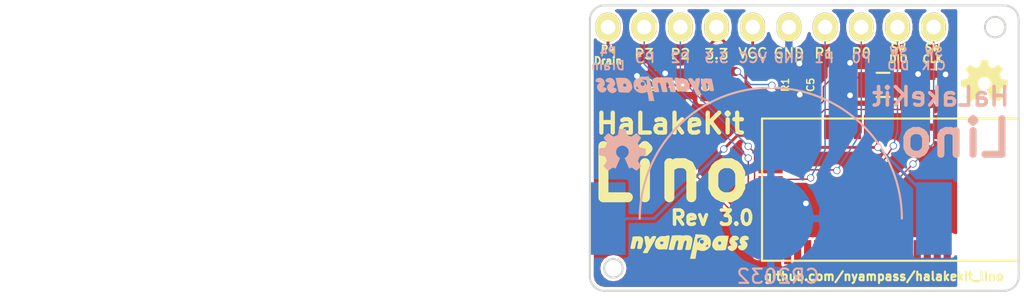
<source format=kicad_pcb>
(kicad_pcb (version 4) (host pcbnew 4.0.2+dfsg1-stable)

  (general
    (links 38)
    (no_connects 0)
    (area 143.968399 92.812799 174.217401 113.028801)
    (thickness 1.6)
    (drawings 37)
    (tracks 145)
    (zones 0)
    (modules 19)
    (nets 42)
  )

  (page A4)
  (title_block
    (title "HaLakeKit Lino")
    (date 2017-01-09)
    (rev 3.0)
    (company Nyampass.co.ltd.)
    (comment 1 http://nyampass.com)
  )

  (layers
    (0 F.Cu signal)
    (31 B.Cu signal)
    (32 B.Adhes user)
    (33 F.Adhes user)
    (34 B.Paste user)
    (35 F.Paste user)
    (36 B.SilkS user)
    (37 F.SilkS user)
    (38 B.Mask user)
    (39 F.Mask user)
    (40 Dwgs.User user)
    (41 Cmts.User user)
    (42 Eco1.User user)
    (43 Eco2.User user)
    (44 Edge.Cuts user)
    (45 Margin user)
    (46 B.CrtYd user)
    (47 F.CrtYd user)
    (48 B.Fab user)
    (49 F.Fab user)
  )

  (setup
    (last_trace_width 0.1)
    (trace_clearance 0.1)
    (zone_clearance 0.2)
    (zone_45_only yes)
    (trace_min 0.1)
    (segment_width 0.2)
    (edge_width 0.15)
    (via_size 0.5)
    (via_drill 0.4)
    (via_min_size 0.23)
    (via_min_drill 0.2)
    (uvia_size 0.3)
    (uvia_drill 0.1)
    (uvias_allowed no)
    (uvia_min_size 0.2)
    (uvia_min_drill 0.1)
    (pcb_text_width 0.3)
    (pcb_text_size 1.5 1.5)
    (mod_edge_width 0.15)
    (mod_text_size 1 1)
    (mod_text_width 0.15)
    (pad_size 3 4)
    (pad_drill 0)
    (pad_to_mask_clearance 0.2)
    (aux_axis_origin 0 0)
    (grid_origin 162.8394 95.6818)
    (visible_elements FFFFFF7F)
    (pcbplotparams
      (layerselection 0x010f0_80000001)
      (usegerberextensions true)
      (excludeedgelayer true)
      (linewidth 0.100000)
      (plotframeref false)
      (viasonmask false)
      (mode 1)
      (useauxorigin false)
      (hpglpennumber 1)
      (hpglpenspeed 20)
      (hpglpendiameter 15)
      (hpglpenoverlay 2)
      (psnegative false)
      (psa4output false)
      (plotreference true)
      (plotvalue true)
      (plotinvisibletext false)
      (padsonsilk false)
      (subtractmaskfromsilk true)
      (outputformat 1)
      (mirror false)
      (drillshape 0)
      (scaleselection 1)
      (outputdirectory plots/))
  )

  (net 0 "")
  (net 1 VCC)
  (net 2 GND)
  (net 3 "Net-(U1-Pad22)")
  (net 4 "Net-(U1-Pad26)")
  (net 5 "Net-(U1-Pad30)")
  (net 6 "Net-(U1-Pad32)")
  (net 7 "Net-(U1-Pad33)")
  (net 8 "Net-(U1-Pad37)")
  (net 9 "Net-(U1-Pad38)")
  (net 10 "Net-(U1-Pad27)")
  (net 11 "Net-(U1-Pad34)")
  (net 12 "Net-(U1-Pad39)")
  (net 13 +3V3)
  (net 14 "Net-(C1-Pad1)")
  (net 15 "Net-(C2-Pad1)")
  (net 16 "Net-(C3-Pad1)")
  (net 17 SWDCLK)
  (net 18 SWDIO)
  (net 19 P0)
  (net 20 P1)
  (net 21 P2)
  (net 22 P3)
  (net 23 P4_Drain)
  (net 24 "Net-(R1-Pad2)")
  (net 25 P4)
  (net 26 "Net-(U1-Pad4)")
  (net 27 "Net-(U1-Pad5)")
  (net 28 "Net-(U1-Pad6)")
  (net 29 "Net-(U1-Pad7)")
  (net 30 "Net-(U1-Pad8)")
  (net 31 "Net-(U1-Pad11)")
  (net 32 "Net-(U1-Pad12)")
  (net 33 "Net-(U1-Pad15)")
  (net 34 "Net-(U1-Pad16)")
  (net 35 "Net-(U1-Pad23)")
  (net 36 "Net-(U1-Pad24)")
  (net 37 "Net-(U1-Pad28)")
  (net 38 "Net-(U1-Pad29)")
  (net 39 "Net-(U1-Pad31)")
  (net 40 "Net-(U1-Pad40)")
  (net 41 "Net-(U1-Pad41)")

  (net_class Default "This is the default net class."
    (clearance 0.1)
    (trace_width 0.1)
    (via_dia 0.5)
    (via_drill 0.4)
    (uvia_dia 0.3)
    (uvia_drill 0.1)
    (add_net "Net-(C1-Pad1)")
    (add_net "Net-(C2-Pad1)")
    (add_net "Net-(C3-Pad1)")
    (add_net "Net-(R1-Pad2)")
    (add_net "Net-(U1-Pad11)")
    (add_net "Net-(U1-Pad12)")
    (add_net "Net-(U1-Pad15)")
    (add_net "Net-(U1-Pad16)")
    (add_net "Net-(U1-Pad22)")
    (add_net "Net-(U1-Pad23)")
    (add_net "Net-(U1-Pad24)")
    (add_net "Net-(U1-Pad26)")
    (add_net "Net-(U1-Pad27)")
    (add_net "Net-(U1-Pad28)")
    (add_net "Net-(U1-Pad29)")
    (add_net "Net-(U1-Pad30)")
    (add_net "Net-(U1-Pad31)")
    (add_net "Net-(U1-Pad32)")
    (add_net "Net-(U1-Pad33)")
    (add_net "Net-(U1-Pad34)")
    (add_net "Net-(U1-Pad37)")
    (add_net "Net-(U1-Pad38)")
    (add_net "Net-(U1-Pad39)")
    (add_net "Net-(U1-Pad4)")
    (add_net "Net-(U1-Pad40)")
    (add_net "Net-(U1-Pad41)")
    (add_net "Net-(U1-Pad5)")
    (add_net "Net-(U1-Pad6)")
    (add_net "Net-(U1-Pad7)")
    (add_net "Net-(U1-Pad8)")
    (add_net P0)
    (add_net P1)
    (add_net P2)
    (add_net P3)
    (add_net P4)
    (add_net SWDCLK)
    (add_net SWDIO)
  )

  (net_class Power ""
    (clearance 0.1)
    (trace_width 0.2)
    (via_dia 0.5)
    (via_drill 0.4)
    (uvia_dia 0.3)
    (uvia_drill 0.1)
    (add_net +3V3)
    (add_net GND)
    (add_net P4_Drain)
    (add_net VCC)
  )

  (module logos:nyampass_logo_8p4mm (layer B.Cu) (tedit 0) (tstamp 584AC948)
    (at 148.6154 98.7298 180)
    (fp_text reference G*** (at 0 0 180) (layer B.SilkS) hide
      (effects (font (thickness 0.3)) (justify mirror))
    )
    (fp_text value LOGO (at 0.75 0 180) (layer B.SilkS) hide
      (effects (font (thickness 0.3)) (justify mirror))
    )
    (fp_poly (pts (xy 0.494954 0.857273) (xy 0.51828 0.847737) (xy 0.594604 0.835076) (xy 0.716638 0.828281)
      (xy 0.854599 0.82876) (xy 1.059345 0.818145) (xy 1.218828 0.765435) (xy 1.352191 0.661981)
      (xy 1.429949 0.56884) (xy 1.486383 0.443104) (xy 1.509239 0.283142) (xy 1.498466 0.118414)
      (xy 1.454011 -0.021617) (xy 1.431043 -0.058597) (xy 1.279488 -0.207527) (xy 1.098154 -0.297982)
      (xy 0.901048 -0.325839) (xy 0.702179 -0.286978) (xy 0.682054 -0.278981) (xy 0.614787 -0.251915)
      (xy 0.56936 -0.245164) (xy 0.538523 -0.269362) (xy 0.515025 -0.335144) (xy 0.491618 -0.453146)
      (xy 0.467961 -0.593022) (xy 0.421277 -0.870857) (xy 0.048996 -0.870857) (xy 0.220426 -0.089558)
      (xy 0.232084 -0.036285) (xy 1.119337 -0.036285) (xy 1.21067 -0.036285) (xy 1.285234 -0.026702)
      (xy 1.316571 -0.009071) (xy 1.319457 0.0443) (xy 1.309641 0.093887) (xy 1.292267 0.139634)
      (xy 1.267462 0.137897) (xy 1.218264 0.084316) (xy 1.20374 0.066673) (xy 1.119337 -0.036285)
      (xy 0.232084 -0.036285) (xy 0.283439 0.198368) (xy 0.332745 0.423055) (xy 0.344547 0.47555)
      (xy 0.54272 0.47555) (xy 0.556829 0.341689) (xy 0.569141 0.291766) (xy 0.585766 0.242215)
      (xy 0.603879 0.242291) (xy 0.633615 0.299046) (xy 0.655033 0.348652) (xy 0.73188 0.348652)
      (xy 0.74794 0.252208) (xy 0.807137 0.192416) (xy 0.887843 0.179362) (xy 0.968432 0.223129)
      (xy 0.978056 0.23386) (xy 1.008232 0.310178) (xy 1.009714 0.369932) (xy 0.988373 0.427643)
      (xy 0.931864 0.450708) (xy 0.870857 0.453572) (xy 0.784021 0.446315) (xy 0.745186 0.412425)
      (xy 0.73188 0.348652) (xy 0.655033 0.348652) (xy 0.656813 0.352773) (xy 0.724449 0.466947)
      (xy 0.808463 0.549672) (xy 0.822953 0.558483) (xy 0.925285 0.613952) (xy 0.816428 0.614909)
      (xy 0.665828 0.603416) (xy 0.576822 0.559878) (xy 0.54272 0.47555) (xy 0.344547 0.47555)
      (xy 0.370735 0.592029) (xy 0.399801 0.712814) (xy 0.422333 0.792935) (xy 0.440724 0.839916)
      (xy 0.457363 0.861283) (xy 0.474643 0.86456) (xy 0.494954 0.857273)) (layer B.SilkS) (width 0.01))
    (fp_poly (pts (xy -2.400713 0.724216) (xy -2.357733 0.714458) (xy -2.337652 0.688547) (xy -2.342643 0.63859)
      (xy -2.374878 0.556694) (xy -2.43653 0.434965) (xy -2.529772 0.265511) (xy -2.649496 0.0533)
      (xy -2.946625 -0.471714) (xy -3.10617 -0.471714) (xy -3.202282 -0.467916) (xy -3.259116 -0.458332)
      (xy -3.265715 -0.453021) (xy -3.249212 -0.414106) (xy -3.206164 -0.331075) (xy -3.152171 -0.233141)
      (xy -3.038628 -0.031953) (xy -3.111148 0.331695) (xy -3.144587 0.506715) (xy -3.158914 0.622146)
      (xy -3.149962 0.689413) (xy -3.113563 0.719943) (xy -3.04555 0.725163) (xy -2.969812 0.7192)
      (xy -2.88232 0.699766) (xy -2.843837 0.652705) (xy -2.836285 0.616858) (xy -2.812677 0.522953)
      (xy -2.775417 0.499995) (xy -2.72286 0.547752) (xy -2.691314 0.596405) (xy -2.632465 0.680749)
      (xy -2.568795 0.717535) (xy -2.467057 0.725713) (xy -2.464421 0.725715) (xy -2.400713 0.724216)) (layer B.SilkS) (width 0.01))
    (fp_poly (pts (xy 3.329815 0.723157) (xy 3.38782 0.686795) (xy 3.46872 0.601897) (xy 3.478341 0.530328)
      (xy 3.416614 0.471823) (xy 3.322259 0.436021) (xy 3.161089 0.390897) (xy 3.26783 0.30108)
      (xy 3.353197 0.198681) (xy 3.374571 0.10383) (xy 3.34689 -0.048352) (xy 3.273145 -0.174346)
      (xy 3.167289 -0.26622) (xy 3.043272 -0.316044) (xy 2.915044 -0.315884) (xy 2.796556 -0.257811)
      (xy 2.774207 -0.237506) (xy 2.69906 -0.137384) (xy 2.693793 -0.056162) (xy 2.758603 0.007518)
      (xy 2.812755 0.031567) (xy 2.875978 0.054429) (xy 2.975428 0.054429) (xy 2.993571 0.036286)
      (xy 3.011714 0.054429) (xy 2.993571 0.072572) (xy 2.975428 0.054429) (xy 2.875978 0.054429)
      (xy 2.940367 0.077712) (xy 2.867183 0.17075) (xy 2.80872 0.271079) (xy 2.799804 0.375545)
      (xy 2.838936 0.508729) (xy 2.84557 0.524899) (xy 2.93146 0.650787) (xy 3.053293 0.729524)
      (xy 3.192325 0.755513) (xy 3.329815 0.723157)) (layer B.SilkS) (width 0.01))
    (fp_poly (pts (xy 2.660834 0.746892) (xy 2.738711 0.73731) (xy 2.757714 0.727633) (xy 2.750447 0.68164)
      (xy 2.731026 0.581615) (xy 2.703016 0.444373) (xy 2.669985 0.286731) (xy 2.635498 0.125503)
      (xy 2.603124 -0.022493) (xy 2.576429 -0.140442) (xy 2.558979 -0.211528) (xy 2.557197 -0.217714)
      (xy 2.533296 -0.244493) (xy 2.472964 -0.262469) (xy 2.364252 -0.273683) (xy 2.195209 -0.280176)
      (xy 2.191057 -0.280274) (xy 1.841433 -0.288405) (xy 1.719002 -0.165974) (xy 1.636974 -0.068487)
      (xy 1.602038 0.024528) (xy 1.597368 0.096157) (xy 1.612135 0.181061) (xy 2.013974 0.181061)
      (xy 2.054296 0.123901) (xy 2.1349 0.115819) (xy 2.204609 0.136533) (xy 2.229619 0.192259)
      (xy 2.231571 0.235857) (xy 2.217922 0.319089) (xy 2.168677 0.353202) (xy 2.155824 0.355537)
      (xy 2.068032 0.338065) (xy 2.014844 0.272144) (xy 2.013974 0.181061) (xy 1.612135 0.181061)
      (xy 1.631554 0.292702) (xy 1.723002 0.479298) (xy 1.858345 0.629324) (xy 1.869475 0.638041)
      (xy 1.936205 0.685123) (xy 2.000176 0.715847) (xy 2.079707 0.734246) (xy 2.193114 0.744354)
      (xy 2.358714 0.750203) (xy 2.381425 0.750773) (xy 2.536717 0.751689) (xy 2.660834 0.746892)) (layer B.SilkS) (width 0.01))
    (fp_poly (pts (xy 3.986252 0.742866) (xy 4.089451 0.698835) (xy 4.154347 0.619036) (xy 4.165997 0.573291)
      (xy 4.165003 0.507975) (xy 4.129529 0.472573) (xy 4.040852 0.448655) (xy 4.038997 0.448284)
      (xy 3.940619 0.432313) (xy 3.872347 0.427687) (xy 3.864428 0.428611) (xy 3.865251 0.41528)
      (xy 3.912739 0.372357) (xy 3.930762 0.358295) (xy 4.039873 0.244592) (xy 4.078338 0.120785)
      (xy 4.050016 -0.013786) (xy 3.960861 -0.15716) (xy 3.84261 -0.248843) (xy 3.709108 -0.283707)
      (xy 3.574204 -0.256623) (xy 3.506465 -0.21508) (xy 3.450103 -0.149386) (xy 3.415562 -0.070495)
      (xy 3.40848 -0.001386) (xy 3.434496 0.034965) (xy 3.44478 0.036286) (xy 3.50145 0.048221)
      (xy 3.520042 0.054429) (xy 3.701142 0.054429) (xy 3.719285 0.036286) (xy 3.737428 0.054429)
      (xy 3.719285 0.072572) (xy 3.701142 0.054429) (xy 3.520042 0.054429) (xy 3.572431 0.071921)
      (xy 3.666158 0.107556) (xy 3.588723 0.184991) (xy 3.535626 0.284861) (xy 3.529638 0.413132)
      (xy 3.568429 0.545077) (xy 3.6314 0.638011) (xy 3.738769 0.714689) (xy 3.863205 0.748895)
      (xy 3.986252 0.742866)) (layer B.SilkS) (width 0.01))
    (fp_poly (pts (xy -1.445751 0.760923) (xy -1.406833 0.750057) (xy -1.387736 0.717951) (xy -1.387095 0.653152)
      (xy -1.403542 0.544208) (xy -1.435713 0.379669) (xy -1.451136 0.303352) (xy -1.492312 0.098406)
      (xy -1.522489 -0.045787) (xy -1.546304 -0.139341) (xy -1.568397 -0.192371) (xy -1.593403 -0.214989)
      (xy -1.62596 -0.217311) (xy -1.670707 -0.20945) (xy -1.685124 -0.206951) (xy -1.811403 -0.201164)
      (xy -1.928244 -0.214327) (xy -2.051771 -0.224436) (xy -2.165789 -0.210955) (xy -2.306047 -0.141756)
      (xy -2.393387 -0.024953) (xy -2.424289 0.133896) (xy -2.421636 0.193203) (xy -2.40487 0.262909)
      (xy -2.066996 0.262909) (xy -2.047834 0.192397) (xy -2.012791 0.158019) (xy -1.930978 0.132676)
      (xy -1.858674 0.161594) (xy -1.821015 0.230673) (xy -1.821156 0.265527) (xy -1.847746 0.324309)
      (xy -1.917941 0.344182) (xy -1.940789 0.344715) (xy -2.028594 0.320736) (xy -2.066996 0.262909)
      (xy -2.40487 0.262909) (xy -2.37736 0.377284) (xy -2.277514 0.529311) (xy -2.137521 0.647304)
      (xy -2.043017 0.700104) (xy -1.945053 0.720303) (xy -1.823357 0.71689) (xy -1.717189 0.713529)
      (xy -1.648033 0.721239) (xy -1.632857 0.731801) (xy -1.600941 0.751767) (xy -1.522467 0.761741)
      (xy -1.505857 0.762) (xy -1.445751 0.760923)) (layer B.SilkS) (width 0.01))
    (fp_poly (pts (xy 0.009249 0.753623) (xy 0.134142 0.671393) (xy 0.15777 0.643553) (xy 0.19508 0.587273)
      (xy 0.212924 0.531771) (xy 0.213 0.455749) (xy 0.197011 0.337907) (xy 0.187007 0.277319)
      (xy 0.15932 0.12426) (xy 0.130012 -0.019454) (xy 0.105653 -0.121834) (xy 0.079968 -0.200465)
      (xy 0.044666 -0.239418) (xy -0.023035 -0.25262) (xy -0.110563 -0.254) (xy -0.213626 -0.249056)
      (xy -0.278865 -0.236429) (xy -0.290751 -0.226785) (xy -0.283234 -0.180386) (xy -0.262985 -0.083398)
      (xy -0.2342 0.044196) (xy -0.230735 0.059057) (xy -0.196493 0.232555) (xy -0.190774 0.345338)
      (xy -0.214569 0.403836) (xy -0.26887 0.414479) (xy -0.284998 0.41104) (xy -0.329098 0.382018)
      (xy -0.366729 0.311926) (xy -0.404238 0.187434) (xy -0.417554 0.132642) (xy -0.449917 -0.004152)
      (xy -0.477645 -0.118986) (xy -0.495028 -0.188231) (xy -0.495639 -0.1905) (xy -0.523785 -0.23054)
      (xy -0.591475 -0.249773) (xy -0.691874 -0.254) (xy -0.794567 -0.247576) (xy -0.859306 -0.231174)
      (xy -0.870858 -0.218745) (xy -0.863503 -0.168457) (xy -0.844042 -0.067436) (xy -0.81638 0.064271)
      (xy -0.810533 0.091044) (xy -0.780182 0.248991) (xy -0.772399 0.348871) (xy -0.786485 0.401359)
      (xy -0.789951 0.405322) (xy -0.849623 0.434125) (xy -0.904481 0.394605) (xy -0.955682 0.285272)
      (xy -0.996572 0.138984) (xy -1.029301 0.000739) (xy -1.057376 -0.115551) (xy -1.075193 -0.186701)
      (xy -1.076211 -0.1905) (xy -1.104356 -0.23054) (xy -1.172046 -0.249773) (xy -1.272446 -0.254)
      (xy -1.395685 -0.245118) (xy -1.448573 -0.218472) (xy -1.450802 -0.208643) (xy -1.442543 -0.153119)
      (xy -1.421024 -0.047138) (xy -1.390101 0.09302) (xy -1.353628 0.251074) (xy -1.315461 0.410745)
      (xy -1.279454 0.555753) (xy -1.249463 0.669816) (xy -1.229342 0.736655) (xy -1.224504 0.747021)
      (xy -1.175632 0.761563) (xy -1.075595 0.772487) (xy -0.945733 0.779266) (xy -0.807387 0.781374)
      (xy -0.681897 0.778283) (xy -0.590604 0.769468) (xy -0.565783 0.763276) (xy -0.459341 0.750148)
      (xy -0.332891 0.768668) (xy -0.152294 0.787544) (xy 0.009249 0.753623)) (layer B.SilkS) (width 0.01))
    (fp_poly (pts (xy -3.433072 0.68448) (xy -3.345234 0.638854) (xy -3.285547 0.5701) (xy -3.256846 0.49583)
      (xy -3.252209 0.389368) (xy -3.272571 0.240167) (xy -3.318867 0.037678) (xy -3.339839 -0.042054)
      (xy -3.369824 -0.132043) (xy -3.411897 -0.171574) (xy -3.492862 -0.181257) (xy -3.521113 -0.181428)
      (xy -3.59694 -0.179615) (xy -3.641063 -0.165038) (xy -3.657465 -0.123991) (xy -3.650127 -0.042767)
      (xy -3.623034 0.092341) (xy -3.613534 0.136637) (xy -3.592535 0.256242) (xy -3.585672 0.344953)
      (xy -3.593391 0.381684) (xy -3.657585 0.387075) (xy -3.713929 0.332379) (xy -3.750047 0.229936)
      (xy -3.750974 0.224546) (xy -3.777254 0.092673) (xy -3.810255 -0.041309) (xy -3.811388 -0.045357)
      (xy -3.842327 -0.133521) (xy -3.885827 -0.172053) (xy -3.969067 -0.181302) (xy -3.993135 -0.181428)
      (xy -4.094614 -0.170735) (xy -4.136331 -0.140738) (xy -4.136851 -0.136071) (xy -4.129988 -0.083573)
      (xy -4.111202 0.023177) (xy -4.083563 0.167425) (xy -4.057762 0.295545) (xy -3.978393 0.681805)
      (xy -3.739982 0.69812) (xy -3.559365 0.702746) (xy -3.433072 0.68448)) (layer B.SilkS) (width 0.01))
  )

  (module osh-logo:osh-logo-4p3mm (layer F.Cu) (tedit 0) (tstamp 58613B5B)
    (at 108.2294 108.8898)
    (fp_text reference G*** (at 0 0) (layer F.SilkS) hide
      (effects (font (thickness 0.3)))
    )
    (fp_text value LOGO (at 0.75 0) (layer F.SilkS) hide
      (effects (font (thickness 0.3)))
    )
  )

  (module osh-logo:osh-logo-4p3mm (layer F.Cu) (tedit 0) (tstamp 5862DA63)
    (at 105.4354 107.3658)
    (fp_text reference G*** (at 0 0) (layer F.SilkS) hide
      (effects (font (thickness 0.3)))
    )
    (fp_text value LOGO (at 0.75 0) (layer F.SilkS) hide
      (effects (font (thickness 0.3)))
    )
  )

  (module osh-logo:osh-logo-3p4mm (layer F.Cu) (tedit 0) (tstamp 58647D6C)
    (at 171.7294 98.2218)
    (fp_text reference G*** (at 0 0) (layer F.SilkS) hide
      (effects (font (thickness 0.3)))
    )
    (fp_text value LOGO (at 0.75 0) (layer F.SilkS) hide
      (effects (font (thickness 0.3)))
    )
    (fp_poly (pts (xy 0.275625 -1.278283) (xy 0.28777 -1.213229) (xy 0.299235 -1.154924) (xy 0.309227 -1.107164)
      (xy 0.316955 -1.073748) (xy 0.321479 -1.058739) (xy 0.334974 -1.047928) (xy 0.364634 -1.031911)
      (xy 0.405827 -1.012571) (xy 0.453918 -0.991794) (xy 0.504273 -0.971462) (xy 0.552259 -0.953459)
      (xy 0.593242 -0.939671) (xy 0.622588 -0.931979) (xy 0.634528 -0.931465) (xy 0.648514 -0.939502)
      (xy 0.677391 -0.957992) (xy 0.717907 -0.984788) (xy 0.766812 -1.017745) (xy 0.814003 -1.049997)
      (xy 0.867479 -1.086534) (xy 0.915302 -1.118756) (xy 0.954253 -1.144529) (xy 0.981112 -1.161719)
      (xy 0.992188 -1.168053) (xy 1.004331 -1.162411) (xy 1.028606 -1.143465) (xy 1.062105 -1.11409)
      (xy 1.101921 -1.077157) (xy 1.145148 -1.03554) (xy 1.188877 -0.992112) (xy 1.230202 -0.949745)
      (xy 1.266215 -0.911314) (xy 1.294009 -0.87969) (xy 1.310678 -0.857747) (xy 1.314174 -0.849856)
      (xy 1.30818 -0.835579) (xy 1.291517 -0.806387) (xy 1.266162 -0.76547) (xy 1.23409 -0.716022)
      (xy 1.198218 -0.662609) (xy 1.161555 -0.608182) (xy 1.12966 -0.559476) (xy 1.104502 -0.519609)
      (xy 1.088047 -0.491696) (xy 1.082261 -0.478927) (xy 1.086511 -0.463964) (xy 1.097947 -0.433512)
      (xy 1.114592 -0.392184) (xy 1.134475 -0.344589) (xy 1.155619 -0.295339) (xy 1.176053 -0.249044)
      (xy 1.1938 -0.210315) (xy 1.206888 -0.183762) (xy 1.212629 -0.174432) (xy 1.224679 -0.170659)
      (xy 1.254359 -0.163635) (xy 1.297591 -0.154178) (xy 1.350297 -0.143108) (xy 1.408397 -0.131244)
      (xy 1.467815 -0.119404) (xy 1.524471 -0.108407) (xy 1.574288 -0.099072) (xy 1.613185 -0.092218)
      (xy 1.637087 -0.088664) (xy 1.641401 -0.088348) (xy 1.643715 -0.077972) (xy 1.645264 -0.049478)
      (xy 1.64611 -0.006822) (xy 1.646312 0.046041) (xy 1.64593 0.105158) (xy 1.645023 0.166573)
      (xy 1.643652 0.226331) (xy 1.641875 0.280478) (xy 1.639753 0.325059) (xy 1.637345 0.35612)
      (xy 1.634712 0.369706) (xy 1.63448 0.369929) (xy 1.620515 0.374079) (xy 1.588527 0.381411)
      (xy 1.542222 0.391144) (xy 1.485306 0.402495) (xy 1.429355 0.413208) (xy 1.364876 0.426013)
      (xy 1.308077 0.438601) (xy 1.26264 0.450055) (xy 1.232244 0.459459) (xy 1.221087 0.46504)
      (xy 1.212051 0.480596) (xy 1.197318 0.512066) (xy 1.178783 0.554756) (xy 1.158336 0.603971)
      (xy 1.137872 0.655013) (xy 1.119282 0.703188) (xy 1.104459 0.743801) (xy 1.095296 0.772154)
      (xy 1.093263 0.782171) (xy 1.099295 0.795653) (xy 1.116001 0.823962) (xy 1.141335 0.863866)
      (xy 1.173256 0.912133) (xy 1.203739 0.956883) (xy 1.239683 1.010002) (xy 1.270735 1.057845)
      (xy 1.29484 1.097085) (xy 1.309945 1.124397) (xy 1.314174 1.135643) (xy 1.306729 1.14804)
      (xy 1.286335 1.172761) (xy 1.2559 1.206816) (xy 1.218336 1.247211) (xy 1.176551 1.290955)
      (xy 1.133455 1.335056) (xy 1.091959 1.376522) (xy 1.054972 1.41236) (xy 1.025403 1.439578)
      (xy 1.006163 1.455185) (xy 1.000935 1.457739) (xy 0.989182 1.451779) (xy 0.962489 1.435276)
      (xy 0.924049 1.410296) (xy 0.877055 1.378906) (xy 0.838293 1.35252) (xy 0.786184 1.317082)
      (xy 0.739484 1.285899) (xy 0.701621 1.261216) (xy 0.676023 1.245275) (xy 0.66714 1.240483)
      (xy 0.648945 1.241741) (xy 0.617469 1.251497) (xy 0.578887 1.26779) (xy 0.574261 1.27)
      (xy 0.536074 1.286809) (xy 0.504354 1.297758) (xy 0.485199 1.300793) (xy 0.483815 1.30045)
      (xy 0.47719 1.289714) (xy 0.463348 1.261404) (xy 0.443505 1.218358) (xy 0.418877 1.163415)
      (xy 0.390678 1.099416) (xy 0.360126 1.029199) (xy 0.328435 0.955604) (xy 0.296821 0.881469)
      (xy 0.2665 0.809635) (xy 0.238687 0.74294) (xy 0.214598 0.684224) (xy 0.195449 0.636325)
      (xy 0.182455 0.602084) (xy 0.176831 0.584339) (xy 0.176696 0.583135) (xy 0.184969 0.57395)
      (xy 0.20706 0.555233) (xy 0.238877 0.53038) (xy 0.253573 0.51936) (xy 0.330537 0.450235)
      (xy 0.389124 0.372168) (xy 0.429154 0.287651) (xy 0.450447 0.199175) (xy 0.452823 0.109232)
      (xy 0.436104 0.020313) (xy 0.400108 -0.065091) (xy 0.344658 -0.144487) (xy 0.304421 -0.185968)
      (xy 0.22826 -0.242614) (xy 0.146448 -0.279805) (xy 0.061448 -0.298628) (xy -0.024274 -0.300171)
      (xy -0.108256 -0.285522) (xy -0.188033 -0.255767) (xy -0.261141 -0.211994) (xy -0.325116 -0.15529)
      (xy -0.377494 -0.086743) (xy -0.415811 -0.007439) (xy -0.437602 0.081534) (xy -0.441739 0.143289)
      (xy -0.431299 0.242212) (xy -0.400193 0.333644) (xy -0.348741 0.416983) (xy -0.277263 0.491624)
      (xy -0.242529 0.51936) (xy -0.207941 0.545731) (xy -0.181424 0.567338) (xy -0.167071 0.580786)
      (xy -0.165652 0.583135) (xy -0.169854 0.597753) (xy -0.181647 0.629358) (xy -0.199817 0.675111)
      (xy -0.223145 0.732172) (xy -0.250415 0.797702) (xy -0.280411 0.868862) (xy -0.311915 0.942812)
      (xy -0.343712 1.016714) (xy -0.374584 1.087727) (xy -0.403315 1.153012) (xy -0.428689 1.209731)
      (xy -0.449487 1.255043) (xy -0.464495 1.286109) (xy -0.472495 1.300091) (xy -0.473076 1.300567)
      (xy -0.489823 1.298762) (xy -0.520157 1.288581) (xy -0.558196 1.27208) (xy -0.56738 1.267625)
      (xy -0.646043 1.228681) (xy -0.813446 1.34321) (xy -0.867123 1.379597) (xy -0.914703 1.411215)
      (xy -0.953142 1.436092) (xy -0.979391 1.452254) (xy -0.99029 1.457739) (xy -1.000664 1.450268)
      (xy -1.023989 1.429454) (xy -1.057724 1.397694) (xy -1.099326 1.357387) (xy -1.146253 1.31093)
      (xy -1.15143 1.305748) (xy -1.198454 1.257723) (xy -1.239547 1.214016) (xy -1.272291 1.17734)
      (xy -1.294271 1.150412) (xy -1.303068 1.135945) (xy -1.30313 1.135352) (xy -1.297091 1.120609)
      (xy -1.280342 1.09116) (xy -1.254938 1.050322) (xy -1.222933 1.001415) (xy -1.192695 0.956883)
      (xy -1.156814 0.904082) (xy -1.125798 0.856922) (xy -1.101691 0.818635) (xy -1.086536 0.792454)
      (xy -1.08222 0.782171) (xy -1.086318 0.765138) (xy -1.097396 0.732573) (xy -1.11356 0.689173)
      (xy -1.132918 0.639633) (xy -1.153577 0.588649) (xy -1.173644 0.540916) (xy -1.191227 0.50113)
      (xy -1.204434 0.473986) (xy -1.210043 0.46504) (xy -1.225203 0.458026) (xy -1.258452 0.448203)
      (xy -1.306109 0.436488) (xy -1.364493 0.423798) (xy -1.418311 0.413208) (xy -1.481503 0.401079)
      (xy -1.537345 0.389879) (xy -1.582134 0.380393) (xy -1.612162 0.3734) (xy -1.623436 0.369929)
      (xy -1.626086 0.358011) (xy -1.628515 0.328282) (xy -1.630663 0.284696) (xy -1.632472 0.231209)
      (xy -1.63388 0.171774) (xy -1.634829 0.110346) (xy -1.635258 0.050881) (xy -1.635108 -0.002668)
      (xy -1.634319 -0.046346) (xy -1.632831 -0.076198) (xy -1.630585 -0.088269) (xy -1.630358 -0.088348)
      (xy -1.613257 -0.090427) (xy -1.579603 -0.096118) (xy -1.533473 -0.104603) (xy -1.478947 -0.115062)
      (xy -1.420102 -0.126677) (xy -1.361017 -0.138628) (xy -1.305771 -0.150098) (xy -1.258441 -0.160267)
      (xy -1.223106 -0.168317) (xy -1.203845 -0.173428) (xy -1.201585 -0.174432) (xy -1.193564 -0.18813)
      (xy -1.179327 -0.217641) (xy -1.160847 -0.258354) (xy -1.140099 -0.305658) (xy -1.119056 -0.354943)
      (xy -1.099694 -0.401597) (xy -1.083985 -0.441011) (xy -1.073904 -0.468573) (xy -1.071217 -0.478927)
      (xy -1.077192 -0.492041) (xy -1.093806 -0.520175) (xy -1.11909 -0.560212) (xy -1.151079 -0.609037)
      (xy -1.187174 -0.662609) (xy -1.223892 -0.717304) (xy -1.255824 -0.766582) (xy -1.280991 -0.807251)
      (xy -1.297418 -0.836118) (xy -1.30313 -0.849856) (xy -1.295617 -0.863639) (xy -1.275015 -0.889042)
      (xy -1.244231 -0.923192) (xy -1.206174 -0.963217) (xy -1.163749 -1.006244) (xy -1.119864 -1.049398)
      (xy -1.077427 -1.089809) (xy -1.039344 -1.124601) (xy -1.008523 -1.150903) (xy -0.987871 -1.165842)
      (xy -0.981144 -1.168053) (xy -0.967591 -1.16018) (xy -0.939111 -1.141848) (xy -0.898926 -1.115189)
      (xy -0.850255 -1.082337) (xy -0.80296 -1.049997) (xy -0.749375 -1.013408) (xy -0.701332 -0.981097)
      (xy -0.662079 -0.955211) (xy -0.634868 -0.937898) (xy -0.623484 -0.931465) (xy -0.606679 -0.932972)
      (xy -0.574558 -0.942073) (xy -0.531754 -0.956884) (xy -0.482901 -0.97552) (xy -0.432633 -0.996098)
      (xy -0.385584 -1.016733) (xy -0.346387 -1.035543) (xy -0.319677 -1.050642) (xy -0.310435 -1.058739)
      (xy -0.3056 -1.074982) (xy -0.297744 -1.109182) (xy -0.287662 -1.157542) (xy -0.276145 -1.216263)
      (xy -0.264581 -1.278283) (xy -0.227912 -1.479826) (xy 0.238956 -1.479826) (xy 0.275625 -1.278283)) (layer F.SilkS) (width 0.01))
  )

  (module osh-logo:osh-logo-3p4mm (layer B.Cu) (tedit 0) (tstamp 58647D7A)
    (at 146.3294 103.0478 180)
    (fp_text reference G*** (at 0 0 180) (layer B.SilkS) hide
      (effects (font (thickness 0.3)) (justify mirror))
    )
    (fp_text value LOGO (at 0.75 0 180) (layer B.SilkS) hide
      (effects (font (thickness 0.3)) (justify mirror))
    )
    (fp_poly (pts (xy 0.275625 1.278283) (xy 0.28777 1.213229) (xy 0.299235 1.154924) (xy 0.309227 1.107164)
      (xy 0.316955 1.073748) (xy 0.321479 1.058739) (xy 0.334974 1.047928) (xy 0.364634 1.031911)
      (xy 0.405827 1.012571) (xy 0.453918 0.991794) (xy 0.504273 0.971462) (xy 0.552259 0.953459)
      (xy 0.593242 0.939671) (xy 0.622588 0.931979) (xy 0.634528 0.931465) (xy 0.648514 0.939502)
      (xy 0.677391 0.957992) (xy 0.717907 0.984788) (xy 0.766812 1.017745) (xy 0.814003 1.049997)
      (xy 0.867479 1.086534) (xy 0.915302 1.118756) (xy 0.954253 1.144529) (xy 0.981112 1.161719)
      (xy 0.992188 1.168053) (xy 1.004331 1.162411) (xy 1.028606 1.143465) (xy 1.062105 1.11409)
      (xy 1.101921 1.077157) (xy 1.145148 1.03554) (xy 1.188877 0.992112) (xy 1.230202 0.949745)
      (xy 1.266215 0.911314) (xy 1.294009 0.87969) (xy 1.310678 0.857747) (xy 1.314174 0.849856)
      (xy 1.30818 0.835579) (xy 1.291517 0.806387) (xy 1.266162 0.76547) (xy 1.23409 0.716022)
      (xy 1.198218 0.662609) (xy 1.161555 0.608182) (xy 1.12966 0.559476) (xy 1.104502 0.519609)
      (xy 1.088047 0.491696) (xy 1.082261 0.478927) (xy 1.086511 0.463964) (xy 1.097947 0.433512)
      (xy 1.114592 0.392184) (xy 1.134475 0.344589) (xy 1.155619 0.295339) (xy 1.176053 0.249044)
      (xy 1.1938 0.210315) (xy 1.206888 0.183762) (xy 1.212629 0.174432) (xy 1.224679 0.170659)
      (xy 1.254359 0.163635) (xy 1.297591 0.154178) (xy 1.350297 0.143108) (xy 1.408397 0.131244)
      (xy 1.467815 0.119404) (xy 1.524471 0.108407) (xy 1.574288 0.099072) (xy 1.613185 0.092218)
      (xy 1.637087 0.088664) (xy 1.641401 0.088348) (xy 1.643715 0.077972) (xy 1.645264 0.049478)
      (xy 1.64611 0.006822) (xy 1.646312 -0.046041) (xy 1.64593 -0.105158) (xy 1.645023 -0.166573)
      (xy 1.643652 -0.226331) (xy 1.641875 -0.280478) (xy 1.639753 -0.325059) (xy 1.637345 -0.35612)
      (xy 1.634712 -0.369706) (xy 1.63448 -0.369929) (xy 1.620515 -0.374079) (xy 1.588527 -0.381411)
      (xy 1.542222 -0.391144) (xy 1.485306 -0.402495) (xy 1.429355 -0.413208) (xy 1.364876 -0.426013)
      (xy 1.308077 -0.438601) (xy 1.26264 -0.450055) (xy 1.232244 -0.459459) (xy 1.221087 -0.46504)
      (xy 1.212051 -0.480596) (xy 1.197318 -0.512066) (xy 1.178783 -0.554756) (xy 1.158336 -0.603971)
      (xy 1.137872 -0.655013) (xy 1.119282 -0.703188) (xy 1.104459 -0.743801) (xy 1.095296 -0.772154)
      (xy 1.093263 -0.782171) (xy 1.099295 -0.795653) (xy 1.116001 -0.823962) (xy 1.141335 -0.863866)
      (xy 1.173256 -0.912133) (xy 1.203739 -0.956883) (xy 1.239683 -1.010002) (xy 1.270735 -1.057845)
      (xy 1.29484 -1.097085) (xy 1.309945 -1.124397) (xy 1.314174 -1.135643) (xy 1.306729 -1.14804)
      (xy 1.286335 -1.172761) (xy 1.2559 -1.206816) (xy 1.218336 -1.247211) (xy 1.176551 -1.290955)
      (xy 1.133455 -1.335056) (xy 1.091959 -1.376522) (xy 1.054972 -1.41236) (xy 1.025403 -1.439578)
      (xy 1.006163 -1.455185) (xy 1.000935 -1.457739) (xy 0.989182 -1.451779) (xy 0.962489 -1.435276)
      (xy 0.924049 -1.410296) (xy 0.877055 -1.378906) (xy 0.838293 -1.35252) (xy 0.786184 -1.317082)
      (xy 0.739484 -1.285899) (xy 0.701621 -1.261216) (xy 0.676023 -1.245275) (xy 0.66714 -1.240483)
      (xy 0.648945 -1.241741) (xy 0.617469 -1.251497) (xy 0.578887 -1.26779) (xy 0.574261 -1.27)
      (xy 0.536074 -1.286809) (xy 0.504354 -1.297758) (xy 0.485199 -1.300793) (xy 0.483815 -1.30045)
      (xy 0.47719 -1.289714) (xy 0.463348 -1.261404) (xy 0.443505 -1.218358) (xy 0.418877 -1.163415)
      (xy 0.390678 -1.099416) (xy 0.360126 -1.029199) (xy 0.328435 -0.955604) (xy 0.296821 -0.881469)
      (xy 0.2665 -0.809635) (xy 0.238687 -0.74294) (xy 0.214598 -0.684224) (xy 0.195449 -0.636325)
      (xy 0.182455 -0.602084) (xy 0.176831 -0.584339) (xy 0.176696 -0.583135) (xy 0.184969 -0.57395)
      (xy 0.20706 -0.555233) (xy 0.238877 -0.53038) (xy 0.253573 -0.51936) (xy 0.330537 -0.450235)
      (xy 0.389124 -0.372168) (xy 0.429154 -0.287651) (xy 0.450447 -0.199175) (xy 0.452823 -0.109232)
      (xy 0.436104 -0.020313) (xy 0.400108 0.065091) (xy 0.344658 0.144487) (xy 0.304421 0.185968)
      (xy 0.22826 0.242614) (xy 0.146448 0.279805) (xy 0.061448 0.298628) (xy -0.024274 0.300171)
      (xy -0.108256 0.285522) (xy -0.188033 0.255767) (xy -0.261141 0.211994) (xy -0.325116 0.15529)
      (xy -0.377494 0.086743) (xy -0.415811 0.007439) (xy -0.437602 -0.081534) (xy -0.441739 -0.143289)
      (xy -0.431299 -0.242212) (xy -0.400193 -0.333644) (xy -0.348741 -0.416983) (xy -0.277263 -0.491624)
      (xy -0.242529 -0.51936) (xy -0.207941 -0.545731) (xy -0.181424 -0.567338) (xy -0.167071 -0.580786)
      (xy -0.165652 -0.583135) (xy -0.169854 -0.597753) (xy -0.181647 -0.629358) (xy -0.199817 -0.675111)
      (xy -0.223145 -0.732172) (xy -0.250415 -0.797702) (xy -0.280411 -0.868862) (xy -0.311915 -0.942812)
      (xy -0.343712 -1.016714) (xy -0.374584 -1.087727) (xy -0.403315 -1.153012) (xy -0.428689 -1.209731)
      (xy -0.449487 -1.255043) (xy -0.464495 -1.286109) (xy -0.472495 -1.300091) (xy -0.473076 -1.300567)
      (xy -0.489823 -1.298762) (xy -0.520157 -1.288581) (xy -0.558196 -1.27208) (xy -0.56738 -1.267625)
      (xy -0.646043 -1.228681) (xy -0.813446 -1.34321) (xy -0.867123 -1.379597) (xy -0.914703 -1.411215)
      (xy -0.953142 -1.436092) (xy -0.979391 -1.452254) (xy -0.99029 -1.457739) (xy -1.000664 -1.450268)
      (xy -1.023989 -1.429454) (xy -1.057724 -1.397694) (xy -1.099326 -1.357387) (xy -1.146253 -1.31093)
      (xy -1.15143 -1.305748) (xy -1.198454 -1.257723) (xy -1.239547 -1.214016) (xy -1.272291 -1.17734)
      (xy -1.294271 -1.150412) (xy -1.303068 -1.135945) (xy -1.30313 -1.135352) (xy -1.297091 -1.120609)
      (xy -1.280342 -1.09116) (xy -1.254938 -1.050322) (xy -1.222933 -1.001415) (xy -1.192695 -0.956883)
      (xy -1.156814 -0.904082) (xy -1.125798 -0.856922) (xy -1.101691 -0.818635) (xy -1.086536 -0.792454)
      (xy -1.08222 -0.782171) (xy -1.086318 -0.765138) (xy -1.097396 -0.732573) (xy -1.11356 -0.689173)
      (xy -1.132918 -0.639633) (xy -1.153577 -0.588649) (xy -1.173644 -0.540916) (xy -1.191227 -0.50113)
      (xy -1.204434 -0.473986) (xy -1.210043 -0.46504) (xy -1.225203 -0.458026) (xy -1.258452 -0.448203)
      (xy -1.306109 -0.436488) (xy -1.364493 -0.423798) (xy -1.418311 -0.413208) (xy -1.481503 -0.401079)
      (xy -1.537345 -0.389879) (xy -1.582134 -0.380393) (xy -1.612162 -0.3734) (xy -1.623436 -0.369929)
      (xy -1.626086 -0.358011) (xy -1.628515 -0.328282) (xy -1.630663 -0.284696) (xy -1.632472 -0.231209)
      (xy -1.63388 -0.171774) (xy -1.634829 -0.110346) (xy -1.635258 -0.050881) (xy -1.635108 0.002668)
      (xy -1.634319 0.046346) (xy -1.632831 0.076198) (xy -1.630585 0.088269) (xy -1.630358 0.088348)
      (xy -1.613257 0.090427) (xy -1.579603 0.096118) (xy -1.533473 0.104603) (xy -1.478947 0.115062)
      (xy -1.420102 0.126677) (xy -1.361017 0.138628) (xy -1.305771 0.150098) (xy -1.258441 0.160267)
      (xy -1.223106 0.168317) (xy -1.203845 0.173428) (xy -1.201585 0.174432) (xy -1.193564 0.18813)
      (xy -1.179327 0.217641) (xy -1.160847 0.258354) (xy -1.140099 0.305658) (xy -1.119056 0.354943)
      (xy -1.099694 0.401597) (xy -1.083985 0.441011) (xy -1.073904 0.468573) (xy -1.071217 0.478927)
      (xy -1.077192 0.492041) (xy -1.093806 0.520175) (xy -1.11909 0.560212) (xy -1.151079 0.609037)
      (xy -1.187174 0.662609) (xy -1.223892 0.717304) (xy -1.255824 0.766582) (xy -1.280991 0.807251)
      (xy -1.297418 0.836118) (xy -1.30313 0.849856) (xy -1.295617 0.863639) (xy -1.275015 0.889042)
      (xy -1.244231 0.923192) (xy -1.206174 0.963217) (xy -1.163749 1.006244) (xy -1.119864 1.049398)
      (xy -1.077427 1.089809) (xy -1.039344 1.124601) (xy -1.008523 1.150903) (xy -0.987871 1.165842)
      (xy -0.981144 1.168053) (xy -0.967591 1.16018) (xy -0.939111 1.141848) (xy -0.898926 1.115189)
      (xy -0.850255 1.082337) (xy -0.80296 1.049997) (xy -0.749375 1.013408) (xy -0.701332 0.981097)
      (xy -0.662079 0.955211) (xy -0.634868 0.937898) (xy -0.623484 0.931465) (xy -0.606679 0.932972)
      (xy -0.574558 0.942073) (xy -0.531754 0.956884) (xy -0.482901 0.97552) (xy -0.432633 0.996098)
      (xy -0.385584 1.016733) (xy -0.346387 1.035543) (xy -0.319677 1.050642) (xy -0.310435 1.058739)
      (xy -0.3056 1.074982) (xy -0.297744 1.109182) (xy -0.287662 1.157542) (xy -0.276145 1.216263)
      (xy -0.264581 1.278283) (xy -0.227912 1.479826) (xy 0.238956 1.479826) (xy 0.275625 1.278283)) (layer B.SilkS) (width 0.01))
  )

  (module logos:nyampass_logo_8p4mm (layer F.Cu) (tedit 0) (tstamp 5867C382)
    (at 151.0284 109.8296)
    (fp_text reference G*** (at 0 0) (layer F.SilkS) hide
      (effects (font (thickness 0.3)))
    )
    (fp_text value LOGO (at 0.75 0) (layer F.SilkS) hide
      (effects (font (thickness 0.3)))
    )
    (fp_poly (pts (xy 0.494954 -0.857273) (xy 0.51828 -0.847737) (xy 0.594604 -0.835076) (xy 0.716638 -0.828281)
      (xy 0.854599 -0.82876) (xy 1.059345 -0.818145) (xy 1.218828 -0.765435) (xy 1.352191 -0.661981)
      (xy 1.429949 -0.56884) (xy 1.486383 -0.443104) (xy 1.509239 -0.283142) (xy 1.498466 -0.118414)
      (xy 1.454011 0.021617) (xy 1.431043 0.058597) (xy 1.279488 0.207527) (xy 1.098154 0.297982)
      (xy 0.901048 0.325839) (xy 0.702179 0.286978) (xy 0.682054 0.278981) (xy 0.614787 0.251915)
      (xy 0.56936 0.245164) (xy 0.538523 0.269362) (xy 0.515025 0.335144) (xy 0.491618 0.453146)
      (xy 0.467961 0.593022) (xy 0.421277 0.870857) (xy 0.048996 0.870857) (xy 0.220426 0.089558)
      (xy 0.232084 0.036285) (xy 1.119337 0.036285) (xy 1.21067 0.036285) (xy 1.285234 0.026702)
      (xy 1.316571 0.009071) (xy 1.319457 -0.0443) (xy 1.309641 -0.093887) (xy 1.292267 -0.139634)
      (xy 1.267462 -0.137897) (xy 1.218264 -0.084316) (xy 1.20374 -0.066673) (xy 1.119337 0.036285)
      (xy 0.232084 0.036285) (xy 0.283439 -0.198368) (xy 0.332745 -0.423055) (xy 0.344547 -0.47555)
      (xy 0.54272 -0.47555) (xy 0.556829 -0.341689) (xy 0.569141 -0.291766) (xy 0.585766 -0.242215)
      (xy 0.603879 -0.242291) (xy 0.633615 -0.299046) (xy 0.655033 -0.348652) (xy 0.73188 -0.348652)
      (xy 0.74794 -0.252208) (xy 0.807137 -0.192416) (xy 0.887843 -0.179362) (xy 0.968432 -0.223129)
      (xy 0.978056 -0.23386) (xy 1.008232 -0.310178) (xy 1.009714 -0.369932) (xy 0.988373 -0.427643)
      (xy 0.931864 -0.450708) (xy 0.870857 -0.453572) (xy 0.784021 -0.446315) (xy 0.745186 -0.412425)
      (xy 0.73188 -0.348652) (xy 0.655033 -0.348652) (xy 0.656813 -0.352773) (xy 0.724449 -0.466947)
      (xy 0.808463 -0.549672) (xy 0.822953 -0.558483) (xy 0.925285 -0.613952) (xy 0.816428 -0.614909)
      (xy 0.665828 -0.603416) (xy 0.576822 -0.559878) (xy 0.54272 -0.47555) (xy 0.344547 -0.47555)
      (xy 0.370735 -0.592029) (xy 0.399801 -0.712814) (xy 0.422333 -0.792935) (xy 0.440724 -0.839916)
      (xy 0.457363 -0.861283) (xy 0.474643 -0.86456) (xy 0.494954 -0.857273)) (layer F.SilkS) (width 0.01))
    (fp_poly (pts (xy -2.400713 -0.724216) (xy -2.357733 -0.714458) (xy -2.337652 -0.688547) (xy -2.342643 -0.63859)
      (xy -2.374878 -0.556694) (xy -2.43653 -0.434965) (xy -2.529772 -0.265511) (xy -2.649496 -0.0533)
      (xy -2.946625 0.471714) (xy -3.10617 0.471714) (xy -3.202282 0.467916) (xy -3.259116 0.458332)
      (xy -3.265715 0.453021) (xy -3.249212 0.414106) (xy -3.206164 0.331075) (xy -3.152171 0.233141)
      (xy -3.038628 0.031953) (xy -3.111148 -0.331695) (xy -3.144587 -0.506715) (xy -3.158914 -0.622146)
      (xy -3.149962 -0.689413) (xy -3.113563 -0.719943) (xy -3.04555 -0.725163) (xy -2.969812 -0.7192)
      (xy -2.88232 -0.699766) (xy -2.843837 -0.652705) (xy -2.836285 -0.616858) (xy -2.812677 -0.522953)
      (xy -2.775417 -0.499995) (xy -2.72286 -0.547752) (xy -2.691314 -0.596405) (xy -2.632465 -0.680749)
      (xy -2.568795 -0.717535) (xy -2.467057 -0.725713) (xy -2.464421 -0.725715) (xy -2.400713 -0.724216)) (layer F.SilkS) (width 0.01))
    (fp_poly (pts (xy 3.329815 -0.723157) (xy 3.38782 -0.686795) (xy 3.46872 -0.601897) (xy 3.478341 -0.530328)
      (xy 3.416614 -0.471823) (xy 3.322259 -0.436021) (xy 3.161089 -0.390897) (xy 3.26783 -0.30108)
      (xy 3.353197 -0.198681) (xy 3.374571 -0.10383) (xy 3.34689 0.048352) (xy 3.273145 0.174346)
      (xy 3.167289 0.26622) (xy 3.043272 0.316044) (xy 2.915044 0.315884) (xy 2.796556 0.257811)
      (xy 2.774207 0.237506) (xy 2.69906 0.137384) (xy 2.693793 0.056162) (xy 2.758603 -0.007518)
      (xy 2.812755 -0.031567) (xy 2.875978 -0.054429) (xy 2.975428 -0.054429) (xy 2.993571 -0.036286)
      (xy 3.011714 -0.054429) (xy 2.993571 -0.072572) (xy 2.975428 -0.054429) (xy 2.875978 -0.054429)
      (xy 2.940367 -0.077712) (xy 2.867183 -0.17075) (xy 2.80872 -0.271079) (xy 2.799804 -0.375545)
      (xy 2.838936 -0.508729) (xy 2.84557 -0.524899) (xy 2.93146 -0.650787) (xy 3.053293 -0.729524)
      (xy 3.192325 -0.755513) (xy 3.329815 -0.723157)) (layer F.SilkS) (width 0.01))
    (fp_poly (pts (xy 2.660834 -0.746892) (xy 2.738711 -0.73731) (xy 2.757714 -0.727633) (xy 2.750447 -0.68164)
      (xy 2.731026 -0.581615) (xy 2.703016 -0.444373) (xy 2.669985 -0.286731) (xy 2.635498 -0.125503)
      (xy 2.603124 0.022493) (xy 2.576429 0.140442) (xy 2.558979 0.211528) (xy 2.557197 0.217714)
      (xy 2.533296 0.244493) (xy 2.472964 0.262469) (xy 2.364252 0.273683) (xy 2.195209 0.280176)
      (xy 2.191057 0.280274) (xy 1.841433 0.288405) (xy 1.719002 0.165974) (xy 1.636974 0.068487)
      (xy 1.602038 -0.024528) (xy 1.597368 -0.096157) (xy 1.612135 -0.181061) (xy 2.013974 -0.181061)
      (xy 2.054296 -0.123901) (xy 2.1349 -0.115819) (xy 2.204609 -0.136533) (xy 2.229619 -0.192259)
      (xy 2.231571 -0.235857) (xy 2.217922 -0.319089) (xy 2.168677 -0.353202) (xy 2.155824 -0.355537)
      (xy 2.068032 -0.338065) (xy 2.014844 -0.272144) (xy 2.013974 -0.181061) (xy 1.612135 -0.181061)
      (xy 1.631554 -0.292702) (xy 1.723002 -0.479298) (xy 1.858345 -0.629324) (xy 1.869475 -0.638041)
      (xy 1.936205 -0.685123) (xy 2.000176 -0.715847) (xy 2.079707 -0.734246) (xy 2.193114 -0.744354)
      (xy 2.358714 -0.750203) (xy 2.381425 -0.750773) (xy 2.536717 -0.751689) (xy 2.660834 -0.746892)) (layer F.SilkS) (width 0.01))
    (fp_poly (pts (xy 3.986252 -0.742866) (xy 4.089451 -0.698835) (xy 4.154347 -0.619036) (xy 4.165997 -0.573291)
      (xy 4.165003 -0.507975) (xy 4.129529 -0.472573) (xy 4.040852 -0.448655) (xy 4.038997 -0.448284)
      (xy 3.940619 -0.432313) (xy 3.872347 -0.427687) (xy 3.864428 -0.428611) (xy 3.865251 -0.41528)
      (xy 3.912739 -0.372357) (xy 3.930762 -0.358295) (xy 4.039873 -0.244592) (xy 4.078338 -0.120785)
      (xy 4.050016 0.013786) (xy 3.960861 0.15716) (xy 3.84261 0.248843) (xy 3.709108 0.283707)
      (xy 3.574204 0.256623) (xy 3.506465 0.21508) (xy 3.450103 0.149386) (xy 3.415562 0.070495)
      (xy 3.40848 0.001386) (xy 3.434496 -0.034965) (xy 3.44478 -0.036286) (xy 3.50145 -0.048221)
      (xy 3.520042 -0.054429) (xy 3.701142 -0.054429) (xy 3.719285 -0.036286) (xy 3.737428 -0.054429)
      (xy 3.719285 -0.072572) (xy 3.701142 -0.054429) (xy 3.520042 -0.054429) (xy 3.572431 -0.071921)
      (xy 3.666158 -0.107556) (xy 3.588723 -0.184991) (xy 3.535626 -0.284861) (xy 3.529638 -0.413132)
      (xy 3.568429 -0.545077) (xy 3.6314 -0.638011) (xy 3.738769 -0.714689) (xy 3.863205 -0.748895)
      (xy 3.986252 -0.742866)) (layer F.SilkS) (width 0.01))
    (fp_poly (pts (xy -1.445751 -0.760923) (xy -1.406833 -0.750057) (xy -1.387736 -0.717951) (xy -1.387095 -0.653152)
      (xy -1.403542 -0.544208) (xy -1.435713 -0.379669) (xy -1.451136 -0.303352) (xy -1.492312 -0.098406)
      (xy -1.522489 0.045787) (xy -1.546304 0.139341) (xy -1.568397 0.192371) (xy -1.593403 0.214989)
      (xy -1.62596 0.217311) (xy -1.670707 0.20945) (xy -1.685124 0.206951) (xy -1.811403 0.201164)
      (xy -1.928244 0.214327) (xy -2.051771 0.224436) (xy -2.165789 0.210955) (xy -2.306047 0.141756)
      (xy -2.393387 0.024953) (xy -2.424289 -0.133896) (xy -2.421636 -0.193203) (xy -2.40487 -0.262909)
      (xy -2.066996 -0.262909) (xy -2.047834 -0.192397) (xy -2.012791 -0.158019) (xy -1.930978 -0.132676)
      (xy -1.858674 -0.161594) (xy -1.821015 -0.230673) (xy -1.821156 -0.265527) (xy -1.847746 -0.324309)
      (xy -1.917941 -0.344182) (xy -1.940789 -0.344715) (xy -2.028594 -0.320736) (xy -2.066996 -0.262909)
      (xy -2.40487 -0.262909) (xy -2.37736 -0.377284) (xy -2.277514 -0.529311) (xy -2.137521 -0.647304)
      (xy -2.043017 -0.700104) (xy -1.945053 -0.720303) (xy -1.823357 -0.71689) (xy -1.717189 -0.713529)
      (xy -1.648033 -0.721239) (xy -1.632857 -0.731801) (xy -1.600941 -0.751767) (xy -1.522467 -0.761741)
      (xy -1.505857 -0.762) (xy -1.445751 -0.760923)) (layer F.SilkS) (width 0.01))
    (fp_poly (pts (xy 0.009249 -0.753623) (xy 0.134142 -0.671393) (xy 0.15777 -0.643553) (xy 0.19508 -0.587273)
      (xy 0.212924 -0.531771) (xy 0.213 -0.455749) (xy 0.197011 -0.337907) (xy 0.187007 -0.277319)
      (xy 0.15932 -0.12426) (xy 0.130012 0.019454) (xy 0.105653 0.121834) (xy 0.079968 0.200465)
      (xy 0.044666 0.239418) (xy -0.023035 0.25262) (xy -0.110563 0.254) (xy -0.213626 0.249056)
      (xy -0.278865 0.236429) (xy -0.290751 0.226785) (xy -0.283234 0.180386) (xy -0.262985 0.083398)
      (xy -0.2342 -0.044196) (xy -0.230735 -0.059057) (xy -0.196493 -0.232555) (xy -0.190774 -0.345338)
      (xy -0.214569 -0.403836) (xy -0.26887 -0.414479) (xy -0.284998 -0.41104) (xy -0.329098 -0.382018)
      (xy -0.366729 -0.311926) (xy -0.404238 -0.187434) (xy -0.417554 -0.132642) (xy -0.449917 0.004152)
      (xy -0.477645 0.118986) (xy -0.495028 0.188231) (xy -0.495639 0.1905) (xy -0.523785 0.23054)
      (xy -0.591475 0.249773) (xy -0.691874 0.254) (xy -0.794567 0.247576) (xy -0.859306 0.231174)
      (xy -0.870858 0.218745) (xy -0.863503 0.168457) (xy -0.844042 0.067436) (xy -0.81638 -0.064271)
      (xy -0.810533 -0.091044) (xy -0.780182 -0.248991) (xy -0.772399 -0.348871) (xy -0.786485 -0.401359)
      (xy -0.789951 -0.405322) (xy -0.849623 -0.434125) (xy -0.904481 -0.394605) (xy -0.955682 -0.285272)
      (xy -0.996572 -0.138984) (xy -1.029301 -0.000739) (xy -1.057376 0.115551) (xy -1.075193 0.186701)
      (xy -1.076211 0.1905) (xy -1.104356 0.23054) (xy -1.172046 0.249773) (xy -1.272446 0.254)
      (xy -1.395685 0.245118) (xy -1.448573 0.218472) (xy -1.450802 0.208643) (xy -1.442543 0.153119)
      (xy -1.421024 0.047138) (xy -1.390101 -0.09302) (xy -1.353628 -0.251074) (xy -1.315461 -0.410745)
      (xy -1.279454 -0.555753) (xy -1.249463 -0.669816) (xy -1.229342 -0.736655) (xy -1.224504 -0.747021)
      (xy -1.175632 -0.761563) (xy -1.075595 -0.772487) (xy -0.945733 -0.779266) (xy -0.807387 -0.781374)
      (xy -0.681897 -0.778283) (xy -0.590604 -0.769468) (xy -0.565783 -0.763276) (xy -0.459341 -0.750148)
      (xy -0.332891 -0.768668) (xy -0.152294 -0.787544) (xy 0.009249 -0.753623)) (layer F.SilkS) (width 0.01))
    (fp_poly (pts (xy -3.433072 -0.68448) (xy -3.345234 -0.638854) (xy -3.285547 -0.5701) (xy -3.256846 -0.49583)
      (xy -3.252209 -0.389368) (xy -3.272571 -0.240167) (xy -3.318867 -0.037678) (xy -3.339839 0.042054)
      (xy -3.369824 0.132043) (xy -3.411897 0.171574) (xy -3.492862 0.181257) (xy -3.521113 0.181428)
      (xy -3.59694 0.179615) (xy -3.641063 0.165038) (xy -3.657465 0.123991) (xy -3.650127 0.042767)
      (xy -3.623034 -0.092341) (xy -3.613534 -0.136637) (xy -3.592535 -0.256242) (xy -3.585672 -0.344953)
      (xy -3.593391 -0.381684) (xy -3.657585 -0.387075) (xy -3.713929 -0.332379) (xy -3.750047 -0.229936)
      (xy -3.750974 -0.224546) (xy -3.777254 -0.092673) (xy -3.810255 0.041309) (xy -3.811388 0.045357)
      (xy -3.842327 0.133521) (xy -3.885827 0.172053) (xy -3.969067 0.181302) (xy -3.993135 0.181428)
      (xy -4.094614 0.170735) (xy -4.136331 0.140738) (xy -4.136851 0.136071) (xy -4.129988 0.083573)
      (xy -4.111202 -0.023177) (xy -4.083563 -0.167425) (xy -4.057762 -0.295545) (xy -3.978393 -0.681805)
      (xy -3.739982 -0.69812) (xy -3.559365 -0.702746) (xy -3.433072 -0.68448)) (layer F.SilkS) (width 0.01))
  )

  (module simple_headers:Pin_Header_Straight_1x10 (layer F.Cu) (tedit 5861E47D) (tstamp 5861E199)
    (at 168.1734 94.4118 270)
    (descr "Through hole pin header")
    (tags "pin header")
    (path /58611085)
    (fp_text reference J1 (at 0 -5.1 270) (layer F.SilkS) hide
      (effects (font (size 1 1) (thickness 0.15)))
    )
    (fp_text value HEADER_10 (at 0 -3.1 270) (layer F.Fab) hide
      (effects (font (size 1 1) (thickness 0.15)))
    )
    (pad 1 thru_hole oval (at 0 0 270) (size 2.032 1.7) (drill 1.016) (layers *.Cu *.Mask F.SilkS)
      (net 17 SWDCLK))
    (pad 2 thru_hole oval (at 0 2.54 270) (size 2.032 1.7272) (drill 1.016) (layers *.Cu *.Mask F.SilkS)
      (net 18 SWDIO))
    (pad 3 thru_hole oval (at 0 5.08 270) (size 2.032 1.7272) (drill 1.016) (layers *.Cu *.Mask F.SilkS)
      (net 19 P0))
    (pad 4 thru_hole oval (at 0 7.62 270) (size 2.032 1.7272) (drill 1.016) (layers *.Cu *.Mask F.SilkS)
      (net 20 P1))
    (pad 5 thru_hole oval (at 0 10.16 270) (size 2.032 1.7272) (drill 1.016) (layers *.Cu *.Mask F.SilkS)
      (net 2 GND))
    (pad 6 thru_hole oval (at 0 12.7 270) (size 2.032 1.7272) (drill 1.016) (layers *.Cu *.Mask F.SilkS)
      (net 1 VCC))
    (pad 7 thru_hole oval (at 0 15.24 270) (size 2.032 1.7272) (drill 1.016) (layers *.Cu *.Mask F.SilkS)
      (net 13 +3V3))
    (pad 8 thru_hole oval (at 0 17.78 270) (size 2.032 1.7272) (drill 1.016) (layers *.Cu *.Mask F.SilkS)
      (net 21 P2))
    (pad 9 thru_hole oval (at 0 20.32 270) (size 2.032 1.7272) (drill 1.016) (layers *.Cu *.Mask F.SilkS)
      (net 22 P3))
    (pad 10 thru_hole oval (at 0 22.86 270) (size 2.032 1.7272) (drill 1.016) (layers *.Cu *.Mask F.SilkS)
      (net 23 P4_Drain))
    (model Pin_Headers.3dshapes/Pin_Header_Straight_1x10.wrl
      (at (xyz 0 -0.45 0))
      (scale (xyz 1 1 1))
      (rotate (xyz 0 0 90))
    )
  )

  (module register_and_condensor:C_0603 (layer F.Cu) (tedit 58738D4B) (tstamp 587353D1)
    (at 167.9194 98.4758 90)
    (descr "Capacitor SMD 0603, reflow soldering, AVX (see smccp.pdf)")
    (tags "capacitor 0603")
    (path /587053DF)
    (attr smd)
    (fp_text reference C1 (at 0 0 90) (layer F.SilkS) hide
      (effects (font (size 0.5 0.5) (thickness 0.1)))
    )
    (fp_text value 12pf (at -1.4478 0.3556 180) (layer F.Fab)
      (effects (font (size 0.5 0.5) (thickness 0.125)))
    )
    (fp_line (start -1.45 -0.75) (end 1.45 -0.75) (layer F.CrtYd) (width 0.05))
    (fp_line (start -1.45 0.75) (end 1.45 0.75) (layer F.CrtYd) (width 0.05))
    (fp_line (start -1.45 -0.75) (end -1.45 0.75) (layer F.CrtYd) (width 0.05))
    (fp_line (start 1.45 -0.75) (end 1.45 0.75) (layer F.CrtYd) (width 0.05))
    (pad 1 smd rect (at -0.75 0 90) (size 0.8 0.75) (layers F.Cu F.Paste F.Mask)
      (net 14 "Net-(C1-Pad1)"))
    (pad 2 smd rect (at 0.75 0 90) (size 0.8 0.75) (layers F.Cu F.Paste F.Mask)
      (net 2 GND))
    (model Capacitors_SMD.3dshapes/C_0603.wrl
      (at (xyz 0 0 0))
      (scale (xyz 1 1 1))
      (rotate (xyz 0 0 0))
    )
  )

  (module register_and_condensor:C_0603 (layer F.Cu) (tedit 58738D3E) (tstamp 587353D7)
    (at 161.3154 98.4758 270)
    (descr "Capacitor SMD 0603, reflow soldering, AVX (see smccp.pdf)")
    (tags "capacitor 0603")
    (path /5870542C)
    (attr smd)
    (fp_text reference C2 (at 0 0 270) (layer F.SilkS) hide
      (effects (font (size 0.5 0.5) (thickness 0.1)))
    )
    (fp_text value 12pf (at 1.524 -0.254 360) (layer F.Fab)
      (effects (font (size 0.5 0.5) (thickness 0.125)))
    )
    (fp_line (start -1.45 -0.75) (end 1.45 -0.75) (layer F.CrtYd) (width 0.05))
    (fp_line (start -1.45 0.75) (end 1.45 0.75) (layer F.CrtYd) (width 0.05))
    (fp_line (start -1.45 -0.75) (end -1.45 0.75) (layer F.CrtYd) (width 0.05))
    (fp_line (start 1.45 -0.75) (end 1.45 0.75) (layer F.CrtYd) (width 0.05))
    (pad 1 smd rect (at -0.75 0 270) (size 0.8 0.75) (layers F.Cu F.Paste F.Mask)
      (net 15 "Net-(C2-Pad1)"))
    (pad 2 smd rect (at 0.75 0 270) (size 0.8 0.75) (layers F.Cu F.Paste F.Mask)
      (net 2 GND))
    (model Capacitors_SMD.3dshapes/C_0603.wrl
      (at (xyz 0 0 0))
      (scale (xyz 1 1 1))
      (rotate (xyz 0 0 0))
    )
  )

  (module register_and_condensor:C_0603 (layer F.Cu) (tedit 58738D15) (tstamp 587353DD)
    (at 152.1714 98.4758 90)
    (descr "Capacitor SMD 0603, reflow soldering, AVX (see smccp.pdf)")
    (tags "capacitor 0603")
    (path /58733521)
    (attr smd)
    (fp_text reference C3 (at 0 0 90) (layer F.SilkS)
      (effects (font (size 0.5 0.5) (thickness 0.1)))
    )
    (fp_text value 0.01uf (at -1.8034 0.7112 180) (layer F.Fab)
      (effects (font (size 0.5 0.5) (thickness 0.125)))
    )
    (fp_line (start -1.45 -0.75) (end 1.45 -0.75) (layer F.CrtYd) (width 0.05))
    (fp_line (start -1.45 0.75) (end 1.45 0.75) (layer F.CrtYd) (width 0.05))
    (fp_line (start -1.45 -0.75) (end -1.45 0.75) (layer F.CrtYd) (width 0.05))
    (fp_line (start 1.45 -0.75) (end 1.45 0.75) (layer F.CrtYd) (width 0.05))
    (pad 1 smd rect (at -0.75 0 90) (size 0.8 0.75) (layers F.Cu F.Paste F.Mask)
      (net 16 "Net-(C3-Pad1)"))
    (pad 2 smd rect (at 0.75 0 90) (size 0.8 0.75) (layers F.Cu F.Paste F.Mask)
      (net 2 GND))
    (model Capacitors_SMD.3dshapes/C_0603.wrl
      (at (xyz 0 0 0))
      (scale (xyz 1 1 1))
      (rotate (xyz 0 0 0))
    )
  )

  (module register_and_condensor:C_0603 (layer F.Cu) (tedit 58738D36) (tstamp 587353E9)
    (at 159.5374 98.4758 270)
    (descr "Capacitor SMD 0603, reflow soldering, AVX (see smccp.pdf)")
    (tags "capacitor 0603")
    (path /58706564)
    (attr smd)
    (fp_text reference C5 (at 0 0 270) (layer F.SilkS)
      (effects (font (size 0.5 0.5) (thickness 0.1)))
    )
    (fp_text value 0.1uf1 (at 1.0668 -0.127 360) (layer F.Fab)
      (effects (font (size 0.5 0.5) (thickness 0.125)))
    )
    (fp_line (start -1.45 -0.75) (end 1.45 -0.75) (layer F.CrtYd) (width 0.05))
    (fp_line (start -1.45 0.75) (end 1.45 0.75) (layer F.CrtYd) (width 0.05))
    (fp_line (start -1.45 -0.75) (end -1.45 0.75) (layer F.CrtYd) (width 0.05))
    (fp_line (start 1.45 -0.75) (end 1.45 0.75) (layer F.CrtYd) (width 0.05))
    (pad 1 smd rect (at -0.75 0 270) (size 0.8 0.75) (layers F.Cu F.Paste F.Mask)
      (net 1 VCC))
    (pad 2 smd rect (at 0.75 0 270) (size 0.8 0.75) (layers F.Cu F.Paste F.Mask)
      (net 2 GND))
    (model Capacitors_SMD.3dshapes/C_0603.wrl
      (at (xyz 0 0 0))
      (scale (xyz 1 1 1))
      (rotate (xyz 0 0 0))
    )
  )

  (module register_and_condensor:R_0603 (layer F.Cu) (tedit 58738D23) (tstamp 587353EF)
    (at 157.7594 98.4758 270)
    (descr "Resistor SMD 0603, reflow soldering, Vishay (see dcrcw.pdf)")
    (tags "resistor 0603")
    (path /58733303)
    (attr smd)
    (fp_text reference R1 (at 0 0 270) (layer F.SilkS)
      (effects (font (size 0.5 0.5) (thickness 0.1)))
    )
    (fp_text value 1K (at 1.778 -0.254 360) (layer F.Fab)
      (effects (font (size 0.5 0.5) (thickness 0.125)))
    )
    (fp_line (start -1.3 -0.8) (end 1.3 -0.8) (layer F.CrtYd) (width 0.05))
    (fp_line (start -1.3 0.8) (end 1.3 0.8) (layer F.CrtYd) (width 0.05))
    (fp_line (start -1.3 -0.8) (end -1.3 0.8) (layer F.CrtYd) (width 0.05))
    (fp_line (start 1.3 -0.8) (end 1.3 0.8) (layer F.CrtYd) (width 0.05))
    (pad 1 smd rect (at -0.75 0 270) (size 0.5 0.9) (layers F.Cu F.Paste F.Mask)
      (net 1 VCC))
    (pad 2 smd rect (at 0.75 0 270) (size 0.5 0.9) (layers F.Cu F.Paste F.Mask)
      (net 24 "Net-(R1-Pad2)"))
    (model Resistors_SMD.3dshapes/R_0603.wrl
      (at (xyz 0 0 0))
      (scale (xyz 1 1 1))
      (rotate (xyz 0 0 0))
    )
  )

  (module register_and_condensor:R_0603 (layer F.Cu) (tedit 58738D2A) (tstamp 587353F5)
    (at 148.3614 98.4758 90)
    (descr "Resistor SMD 0603, reflow soldering, Vishay (see dcrcw.pdf)")
    (tags "resistor 0603")
    (path /587338A8)
    (attr smd)
    (fp_text reference R2 (at 0 0 90) (layer F.SilkS)
      (effects (font (size 0.5 0.5) (thickness 0.1)))
    )
    (fp_text value 1K (at -1.3208 0.0254 180) (layer F.Fab)
      (effects (font (size 0.5 0.5) (thickness 0.125)))
    )
    (fp_line (start -1.3 -0.8) (end 1.3 -0.8) (layer F.CrtYd) (width 0.05))
    (fp_line (start -1.3 0.8) (end 1.3 0.8) (layer F.CrtYd) (width 0.05))
    (fp_line (start -1.3 -0.8) (end -1.3 0.8) (layer F.CrtYd) (width 0.05))
    (fp_line (start 1.3 -0.8) (end 1.3 0.8) (layer F.CrtYd) (width 0.05))
    (pad 1 smd rect (at -0.75 0 90) (size 0.5 0.9) (layers F.Cu F.Paste F.Mask)
      (net 25 P4))
    (pad 2 smd rect (at 0.75 0 90) (size 0.5 0.9) (layers F.Cu F.Paste F.Mask)
      (net 2 GND))
    (model Resistors_SMD.3dshapes/R_0603.wrl
      (at (xyz 0 0 0))
      (scale (xyz 1 1 1))
      (rotate (xyz 0 0 0))
    )
  )

  (module MDBT40:MDBT40 (layer F.Cu) (tedit 58734F83) (tstamp 58735423)
    (at 165.1254 105.8418 270)
    (path /587049AE)
    (fp_text reference U1 (at -3 -10 270) (layer F.SilkS) hide
      (effects (font (size 1 1) (thickness 0.15)))
    )
    (fp_text value MDBT40 (at 0 0 270) (layer F.Fab) hide
      (effects (font (size 1 1) (thickness 0.15)))
    )
    (fp_line (start -5 -9) (end -5 9) (layer F.SilkS) (width 0.15))
    (fp_line (start -5 9) (end 5 9) (layer F.SilkS) (width 0.15))
    (fp_line (start 5 9) (end 5 -9) (layer F.SilkS) (width 0.15))
    (fp_line (start 5 -9) (end -5 -9) (layer F.SilkS) (width 0.15))
    (pad 1 smd rect (at -5 -4 270) (size 1.7 0.5) (drill (offset 0.6 0)) (layers F.Cu F.Paste F.Mask)
      (net 2 GND))
    (pad 2 smd rect (at -5 -3.3 270) (size 1.7 0.5) (drill (offset 0.6 0)) (layers F.Cu F.Paste F.Mask)
      (net 2 GND))
    (pad 3 smd rect (at -5 0.9 270) (size 1.7 0.5) (drill (offset 0.6 0)) (layers F.Cu F.Paste F.Mask)
      (net 13 +3V3))
    (pad 4 smd rect (at -5 1.6 270) (size 1.7 0.5) (drill (offset 0.6 0)) (layers F.Cu F.Paste F.Mask)
      (net 26 "Net-(U1-Pad4)"))
    (pad 5 smd rect (at -5 2.3 270) (size 1.7 0.5) (drill (offset 0.6 0)) (layers F.Cu F.Paste F.Mask)
      (net 27 "Net-(U1-Pad5)"))
    (pad 6 smd rect (at -5 3 270) (size 1.7 0.5) (drill (offset 0.6 0)) (layers F.Cu F.Paste F.Mask)
      (net 28 "Net-(U1-Pad6)"))
    (pad 7 smd rect (at -5 3.7 270) (size 1.7 0.5) (drill (offset 0.6 0)) (layers F.Cu F.Paste F.Mask)
      (net 29 "Net-(U1-Pad7)"))
    (pad 8 smd rect (at -5 4.4 270) (size 1.7 0.5) (drill (offset 0.6 0)) (layers F.Cu F.Paste F.Mask)
      (net 30 "Net-(U1-Pad8)"))
    (pad 9 smd rect (at -5 5.1 270) (size 1.7 0.5) (drill (offset 0.6 0)) (layers F.Cu F.Paste F.Mask)
      (net 14 "Net-(C1-Pad1)"))
    (pad 10 smd rect (at -5 5.8 270) (size 1.7 0.5) (drill (offset 0.6 0)) (layers F.Cu F.Paste F.Mask)
      (net 15 "Net-(C2-Pad1)"))
    (pad 11 smd rect (at -5 6.5 270) (size 1.7 0.5) (drill (offset 0.6 0)) (layers F.Cu F.Paste F.Mask)
      (net 31 "Net-(U1-Pad11)"))
    (pad 12 smd rect (at -5 7.2 270) (size 1.7 0.5) (drill (offset 0.6 0)) (layers F.Cu F.Paste F.Mask)
      (net 32 "Net-(U1-Pad12)"))
    (pad 13 smd rect (at -4.2 9) (size 1.5 0.5) (drill (offset 0.5 0)) (layers F.Cu F.Paste F.Mask)
      (net 2 GND))
    (pad 14 smd rect (at -3.5 9) (size 1.5 0.5) (drill (offset 0.5 0)) (layers F.Cu F.Paste F.Mask)
      (net 13 +3V3))
    (pad 15 smd rect (at -2.8 9) (size 1.7 0.5) (drill (offset 0.6 0)) (layers F.Cu F.Paste F.Mask)
      (net 33 "Net-(U1-Pad15)"))
    (pad 16 smd rect (at -2.1 9) (size 1.7 0.5) (drill (offset 0.6 0)) (layers F.Cu F.Paste F.Mask)
      (net 34 "Net-(U1-Pad16)"))
    (pad 17 smd rect (at -1.4 9) (size 1.7 0.5) (drill (offset 0.6 0)) (layers F.Cu F.Paste F.Mask)
      (net 19 P0))
    (pad 18 smd rect (at -0.7 9) (size 1.7 0.5) (drill (offset 0.6 0)) (layers F.Cu F.Paste F.Mask)
      (net 20 P1))
    (pad 19 smd rect (at 0 9) (size 1.7 0.5) (drill (offset 0.6 0)) (layers F.Cu F.Paste F.Mask)
      (net 21 P2))
    (pad 20 smd rect (at 0.7 9) (size 1.7 0.5) (drill (offset 0.6 0)) (layers F.Cu F.Paste F.Mask)
      (net 22 P3))
    (pad 21 smd rect (at 1.4 9) (size 1.7 0.5) (drill (offset 0.6 0)) (layers F.Cu F.Paste F.Mask)
      (net 25 P4))
    (pad 22 smd rect (at 2.1 9) (size 1.7 0.5) (drill (offset 0.6 0)) (layers F.Cu F.Paste F.Mask)
      (net 3 "Net-(U1-Pad22)"))
    (pad 23 smd rect (at 2.8 9) (size 1.7 0.5) (drill (offset 0.6 0)) (layers F.Cu F.Paste F.Mask)
      (net 35 "Net-(U1-Pad23)"))
    (pad 24 smd rect (at 3.5 9) (size 1.5 0.5) (drill (offset 0.5 0)) (layers F.Cu F.Paste F.Mask)
      (net 36 "Net-(U1-Pad24)"))
    (pad 25 smd rect (at 4.2 9) (size 1.5 0.5) (drill (offset 0.5 0)) (layers F.Cu F.Paste F.Mask)
      (net 2 GND))
    (pad 26 smd rect (at 5 7.2 90) (size 1.7 0.5) (drill (offset 0.6 0)) (layers F.Cu F.Paste F.Mask)
      (net 4 "Net-(U1-Pad26)"))
    (pad 27 smd rect (at 5 6.5 90) (size 1.7 0.5) (drill (offset 0.6 0)) (layers F.Cu F.Paste F.Mask)
      (net 10 "Net-(U1-Pad27)"))
    (pad 28 smd rect (at 5 5.8 90) (size 1.7 0.5) (drill (offset 0.6 0)) (layers F.Cu F.Paste F.Mask)
      (net 37 "Net-(U1-Pad28)"))
    (pad 29 smd rect (at 5 5.1 90) (size 1.7 0.5) (drill (offset 0.6 0)) (layers F.Cu F.Paste F.Mask)
      (net 38 "Net-(U1-Pad29)"))
    (pad 30 smd rect (at 5 4.4 90) (size 1.7 0.5) (drill (offset 0.6 0)) (layers F.Cu F.Paste F.Mask)
      (net 5 "Net-(U1-Pad30)"))
    (pad 31 smd rect (at 5 3.7 90) (size 1.7 0.5) (drill (offset 0.6 0)) (layers F.Cu F.Paste F.Mask)
      (net 39 "Net-(U1-Pad31)"))
    (pad 32 smd rect (at 5 3 90) (size 1.7 0.5) (drill (offset 0.6 0)) (layers F.Cu F.Paste F.Mask)
      (net 6 "Net-(U1-Pad32)"))
    (pad 33 smd rect (at 5 2.3 90) (size 1.7 0.5) (drill (offset 0.6 0)) (layers F.Cu F.Paste F.Mask)
      (net 7 "Net-(U1-Pad33)"))
    (pad 34 smd rect (at 5 1.6 90) (size 1.7 0.5) (drill (offset 0.6 0)) (layers F.Cu F.Paste F.Mask)
      (net 11 "Net-(U1-Pad34)"))
    (pad 35 smd rect (at 5 0.9 90) (size 1.7 0.5) (drill (offset 0.6 0)) (layers F.Cu F.Paste F.Mask)
      (net 18 SWDIO))
    (pad 36 smd rect (at 5 0.2 90) (size 1.7 0.5) (drill (offset 0.6 0)) (layers F.Cu F.Paste F.Mask)
      (net 17 SWDCLK))
    (pad 37 smd rect (at 5 -0.5 90) (size 1.7 0.5) (drill (offset 0.6 0)) (layers F.Cu F.Paste F.Mask)
      (net 8 "Net-(U1-Pad37)"))
    (pad 38 smd rect (at 5 -1.2 90) (size 1.7 0.5) (drill (offset 0.6 0)) (layers F.Cu F.Paste F.Mask)
      (net 9 "Net-(U1-Pad38)"))
    (pad 39 smd rect (at 5 -1.9 90) (size 1.7 0.5) (drill (offset 0.6 0)) (layers F.Cu F.Paste F.Mask)
      (net 12 "Net-(U1-Pad39)"))
    (pad 40 smd rect (at 5 -2.6 90) (size 1.7 0.5) (drill (offset 0.6 0)) (layers F.Cu F.Paste F.Mask)
      (net 40 "Net-(U1-Pad40)"))
    (pad 41 smd rect (at 5 -3.3 90) (size 1.7 0.5) (drill (offset 0.6 0)) (layers F.Cu F.Paste F.Mask)
      (net 41 "Net-(U1-Pad41)"))
    (pad 42 smd rect (at 5 -4 90) (size 1.7 0.5) (drill (offset 0.6 0)) (layers F.Cu F.Paste F.Mask)
      (net 2 GND))
    (model C:/Engineering/KiCAD_Libraries/3D/RF_Modules/VRML/Raytac_MDBT40.wrl
      (at (xyz 0 0 0))
      (scale (xyz 1 1 1))
      (rotate (xyz 0 0 0))
    )
  )

  (module common:SOT-23-5 (layer F.Cu) (tedit 58734C21) (tstamp 5873542C)
    (at 154.9654 98.4758)
    (descr "5-pin SOT23 package")
    (tags SOT-23-5)
    (path /5873313F)
    (attr smd)
    (fp_text reference U2 (at 0 -2.9) (layer F.SilkS) hide
      (effects (font (size 1 1) (thickness 0.15)))
    )
    (fp_text value NJM2870 (at 0 2.9) (layer F.Fab) hide
      (effects (font (size 1 1) (thickness 0.15)))
    )
    (pad 1 smd rect (at -1.1 -0.95) (size 1.06 0.65) (layers F.Cu F.Paste F.Mask)
      (net 24 "Net-(R1-Pad2)"))
    (pad 2 smd rect (at -1.1 0) (size 1.06 0.65) (layers F.Cu F.Paste F.Mask)
      (net 2 GND))
    (pad 3 smd rect (at -1.1 0.95) (size 1.06 0.65) (layers F.Cu F.Paste F.Mask)
      (net 16 "Net-(C3-Pad1)"))
    (pad 4 smd rect (at 1.1 0.95) (size 1.06 0.65) (layers F.Cu F.Paste F.Mask)
      (net 13 +3V3))
    (pad 5 smd rect (at 1.1 -0.95) (size 1.06 0.65) (layers F.Cu F.Paste F.Mask)
      (net 1 VCC))
    (model TO_SOT_Packages_SMD.3dshapes/SOT-23-5.wrl
      (at (xyz 0 0 0))
      (scale (xyz 1 1 1))
      (rotate (xyz 0 0 0))
    )
  )

  (module mosfet:rtf015n03 (layer F.Cu) (tedit 58734941) (tstamp 58735433)
    (at 145.0594 98.4758 90)
    (path /58732EB7)
    (fp_text reference U3 (at 0.2 3 90) (layer F.SilkS) hide
      (effects (font (size 1 1) (thickness 0.15)))
    )
    (fp_text value RTF015N03 (at -0.2 -3.1 90) (layer F.Fab) hide
      (effects (font (size 1 1) (thickness 0.15)))
    )
    (pad 1 smd rect (at -0.65 1.7 90) (size 0.5 0.5) (layers F.Cu F.Paste F.Mask)
      (net 25 P4))
    (pad 2 smd rect (at 0.65 1.7 90) (size 0.5 0.5) (layers F.Cu F.Paste F.Mask)
      (net 2 GND))
    (pad 3 smd rect (at 0 0 90) (size 0.5 0.5) (layers F.Cu F.Paste F.Mask)
      (net 23 P4_Drain))
  )

  (module common:FC-135 (layer F.Cu) (tedit 58738D54) (tstamp 58735439)
    (at 164.6174 98.4758)
    (path /5870519F)
    (fp_text reference Y1 (at 0 2) (layer F.SilkS) hide
      (effects (font (size 1 1) (thickness 0.15)))
    )
    (fp_text value Crystal (at 0.2032 1.4478) (layer F.Fab)
      (effects (font (size 0.5 0.5) (thickness 0.125)))
    )
    (fp_line (start -2.1 1.2) (end -2.1 -1.2) (layer F.CrtYd) (width 0.1))
    (fp_line (start 2.1 1.2) (end -2.1 1.2) (layer F.CrtYd) (width 0.1))
    (fp_line (start 2.1 -1.2) (end 2.1 1.2) (layer F.CrtYd) (width 0.1))
    (fp_line (start -2.1 -1.2) (end 2.1 -1.2) (layer F.CrtYd) (width 0.1))
    (fp_line (start -0.45 0.85) (end 0.45 0.85) (layer F.SilkS) (width 0.15))
    (fp_line (start -0.45 -0.85) (end 0.45 -0.85) (layer F.SilkS) (width 0.15))
    (pad 1 smd rect (at -1.25 0) (size 1 1.8) (layers F.Cu F.Paste F.Mask)
      (net 15 "Net-(C2-Pad1)"))
    (pad 2 smd rect (at 1.25 0) (size 1 1.8) (layers F.Cu F.Paste F.Mask)
      (net 14 "Net-(C1-Pad1)"))
    (model ${KIPRJMOD}/lib/3d/ABS07L.wrl
      (at (xyz 0 0 0))
      (scale (xyz 1 1 1))
      (rotate (xyz 0 0 0))
    )
  )

  (module register_and_condensor:C_0603 (layer F.Cu) (tedit 58738D1A) (tstamp 58735857)
    (at 150.3934 98.4758 270)
    (descr "Capacitor SMD 0603, reflow soldering, AVX (see smccp.pdf)")
    (tags "capacitor 0603")
    (path /583F839F)
    (attr smd)
    (fp_text reference C4 (at 0 0 270) (layer F.SilkS)
      (effects (font (size 0.5 0.5) (thickness 0.1)))
    )
    (fp_text value 4.7uf1 (at 1.6256 0.0508 360) (layer F.Fab)
      (effects (font (size 0.5 0.5) (thickness 0.125)))
    )
    (fp_line (start -1.45 -0.75) (end 1.45 -0.75) (layer F.CrtYd) (width 0.05))
    (fp_line (start -1.45 0.75) (end 1.45 0.75) (layer F.CrtYd) (width 0.05))
    (fp_line (start -1.45 -0.75) (end -1.45 0.75) (layer F.CrtYd) (width 0.05))
    (fp_line (start 1.45 -0.75) (end 1.45 0.75) (layer F.CrtYd) (width 0.05))
    (pad 1 smd rect (at -0.75 0 270) (size 0.8 0.75) (layers F.Cu F.Paste F.Mask)
      (net 13 +3V3))
    (pad 2 smd rect (at 0.75 0 270) (size 0.8 0.75) (layers F.Cu F.Paste F.Mask)
      (net 2 GND))
    (model Capacitors_SMD.3dshapes/C_0603.wrl
      (at (xyz 0 0 0))
      (scale (xyz 1 1 1))
      (rotate (xyz 0 0 0))
    )
  )

  (module CR2032_frame:BAT-HLD-001-TRCT (layer B.Cu) (tedit 58739680) (tstamp 586119FD)
    (at 156.7434 107.8738 180)
    (path /583FB68C)
    (fp_text reference BT1 (at 0 -10.16 180) (layer B.SilkS) hide
      (effects (font (size 1 1) (thickness 0.15)) (justify mirror))
    )
    (fp_text value Battery (at 0 10.16 180) (layer B.Fab)
      (effects (font (size 1 1) (thickness 0.15)) (justify mirror))
    )
    (fp_arc (start 0 0) (end -9.2 0) (angle -180) (layer B.SilkS) (width 0.15))
    (pad 2 smd oval (at 0 0 180) (size 6 6) (layers B.Cu B.Paste B.Mask)
      (net 2 GND))
    (pad 1 smd rect (at -11.45 0 180) (size 2.5 5.1) (layers B.Cu B.Paste B.Mask)
      (net 13 +3V3))
    (pad 1 smd rect (at 11.45 0 180) (size 2.5 5.1) (layers B.Cu B.Paste B.Mask)
      (net 13 +3V3))
  )

  (gr_text Lino (at 149.7076 104.7496) (layer F.SilkS)
    (effects (font (size 3.6 3.6) (thickness 0.7)))
  )
  (gr_text 3.3 (at 152.9334 96.5708) (layer B.SilkS)
    (effects (font (size 0.7 0.7) (thickness 0.125)) (justify mirror))
  )
  (gr_text 3.3 (at 152.9334 96.3168) (layer F.SilkS)
    (effects (font (size 0.7 0.7) (thickness 0.125)))
  )
  (gr_text P3 (at 147.9169 96.5708) (layer B.SilkS)
    (effects (font (size 0.7 0.7) (thickness 0.125)) (justify mirror))
  )
  (gr_text P3 (at 147.8534 96.3168) (layer F.SilkS)
    (effects (font (size 0.7 0.7) (thickness 0.125)))
  )
  (gr_text P1 (at 160.4899 96.2533) (layer F.SilkS)
    (effects (font (size 0.7 0.7) (thickness 0.125)))
  )
  (gr_text "P4\nDrain" (at 145.3134 96.6343) (layer B.SilkS)
    (effects (font (size 0.6 0.6) (thickness 0.125)) (justify mirror))
  )
  (gr_text "P4\nDrain" (at 145.3134 96.3803) (layer F.SilkS)
    (effects (font (size 0.5 0.5) (thickness 0.125)))
  )
  (gr_text P1 (at 160.4899 96.5708) (layer B.SilkS)
    (effects (font (size 0.7 0.7) (thickness 0.125)) (justify mirror))
  )
  (gr_text github.com/nyampass/halakekit_lino (at 164.6809 111.9378) (layer F.SilkS)
    (effects (font (size 0.6 0.6) (thickness 0.15)))
  )
  (gr_line (start 173.2534 112.9538) (end 145.0594 112.9538) (angle 90) (layer Edge.Cuts) (width 0.15))
  (gr_line (start 145.0594 92.8878) (end 172.9994 92.8878) (angle 90) (layer Edge.Cuts) (width 0.15))
  (gr_circle (center 172.4914 94.4118) (end 172.9994 94.9198) (layer Edge.Cuts) (width 0.15))
  (gr_text Lino (at 173.8884 102.2223) (layer B.SilkS)
    (effects (font (size 2.5 2.5) (thickness 0.5)) (justify left mirror))
  )
  (gr_circle (center 145.6944 111.3663) (end 146.2659 111.6838) (layer Edge.Cuts) (width 0.15))
  (gr_text P2 (at 150.3934 96.5708) (layer B.SilkS)
    (effects (font (size 0.7 0.7) (thickness 0.125)) (justify mirror))
  )
  (gr_text P2 (at 150.3934 96.3168) (layer F.SilkS)
    (effects (font (size 0.7 0.7) (thickness 0.125)))
  )
  (gr_line (start 144.0434 93.9673) (end 144.0434 112.0013) (angle 90) (layer Edge.Cuts) (width 0.15))
  (gr_line (start 174.1424 93.9673) (end 174.1424 112.0013) (angle 90) (layer Edge.Cuts) (width 0.15))
  (gr_text P0 (at 163.0934 96.2533) (layer F.SilkS)
    (effects (font (size 0.7 0.7) (thickness 0.125)))
  )
  (gr_text P0 (at 163.0934 96.5708) (layer B.SilkS)
    (effects (font (size 0.7 0.7) (thickness 0.125)) (justify mirror))
  )
  (gr_text GND (at 158.0134 96.2533) (layer F.SilkS)
    (effects (font (size 0.7 0.7) (thickness 0.125)))
  )
  (gr_text CR2032 (at 157.2514 111.9378) (layer B.SilkS)
    (effects (font (size 1 1) (thickness 0.15)) (justify mirror))
  )
  (gr_text HaLakeKit (at 173.6344 99.3013) (layer B.SilkS)
    (effects (font (size 1.3 1.3) (thickness 0.25)) (justify left mirror))
  )
  (gr_text HaLakeKit (at 149.6822 101.1936) (layer F.SilkS)
    (effects (font (size 1.4 1.4) (thickness 0.3)))
  )
  (gr_text GND (at 158.0134 96.5708) (layer B.SilkS)
    (effects (font (size 0.7 0.7) (thickness 0.125)) (justify mirror))
  )
  (gr_text VCC (at 155.4734 96.5708) (layer B.SilkS)
    (effects (font (size 0.7 0.7) (thickness 0.125)) (justify mirror))
  )
  (gr_text "SW\nCLK" (at 168.1734 96.6343) (layer B.SilkS)
    (effects (font (size 0.6 0.6) (thickness 0.125)) (justify mirror))
  )
  (gr_text "Rev 3.0" (at 152.6286 107.823) (layer F.SilkS)
    (effects (font (size 1 1) (thickness 0.25)))
  )
  (gr_text "SW\nDIO" (at 165.6969 96.6343) (layer B.SilkS)
    (effects (font (size 0.6 0.6) (thickness 0.125)) (justify mirror))
  )
  (gr_text VCC (at 155.4734 96.2533) (layer F.SilkS)
    (effects (font (size 0.7 0.7) (thickness 0.125)))
  )
  (gr_text "SW\nCLK" (at 168.1099 96.2533) (layer F.SilkS)
    (effects (font (size 0.5 0.5) (thickness 0.125)))
  )
  (gr_text "SW\nDIO" (at 165.6969 96.2533) (layer F.SilkS)
    (effects (font (size 0.5 0.5) (thickness 0.125)))
  )
  (gr_arc (start 145.0594 93.9038) (end 144.0434 93.9038) (angle 90) (layer Edge.Cuts) (width 0.15))
  (gr_arc (start 173.1264 93.9038) (end 173.1264 92.8878) (angle 90) (layer Edge.Cuts) (width 0.15))
  (gr_arc (start 145.0594 111.9378) (end 145.0594 112.9538) (angle 90) (layer Edge.Cuts) (width 0.15))
  (gr_arc (start 173.1264 111.9378) (end 174.1424 111.9378) (angle 90) (layer Edge.Cuts) (width 0.15))

  (segment (start 157.7594 97.7258) (end 159.5374 97.7258) (width 0.2) (layer F.Cu) (net 1))
  (segment (start 156.0654 97.5258) (end 157.5594 97.5258) (width 0.2) (layer F.Cu) (net 1))
  (segment (start 157.5594 97.5258) (end 157.7594 97.7258) (width 0.2) (layer F.Cu) (net 1) (tstamp 587362A4))
  (segment (start 155.4734 94.4118) (end 155.4734 96.9338) (width 0.2) (layer F.Cu) (net 1))
  (segment (start 155.4734 96.9338) (end 156.2654 97.7258) (width 0.2) (layer F.Cu) (net 1) (tstamp 58735F94))
  (segment (start 158.75 96.9772) (end 162.2044 96.9772) (width 0.2) (layer F.Cu) (net 2))
  (segment (start 162.2926 99.2258) (end 161.3154 99.2258) (width 0.2) (layer F.Cu) (net 2) (tstamp 587364B9))
  (segment (start 162.306 99.2124) (end 162.2926 99.2258) (width 0.2) (layer F.Cu) (net 2) (tstamp 587364B8))
  (via (at 162.306 99.2124) (size 0.5) (drill 0.4) (layers F.Cu B.Cu) (net 2))
  (segment (start 162.306 96.9264) (end 162.306 99.2124) (width 0.2) (layer B.Cu) (net 2) (tstamp 587364B4))
  (via (at 162.306 96.9264) (size 0.5) (drill 0.4) (layers F.Cu B.Cu) (net 2))
  (segment (start 162.2552 96.9264) (end 162.306 96.9264) (width 0.2) (layer F.Cu) (net 2) (tstamp 587364AF))
  (segment (start 162.2044 96.9772) (end 162.2552 96.9264) (width 0.2) (layer F.Cu) (net 2) (tstamp 587364AC))
  (segment (start 158.0134 94.4118) (end 158.0134 96.1644) (width 0.2) (layer F.Cu) (net 2))
  (segment (start 158.8396 99.2258) (end 159.5374 99.2258) (width 0.2) (layer F.Cu) (net 2) (tstamp 587364A8))
  (segment (start 158.7754 99.1616) (end 158.8396 99.2258) (width 0.2) (layer F.Cu) (net 2) (tstamp 587364A7))
  (via (at 158.7754 99.1616) (size 0.5) (drill 0.4) (layers F.Cu B.Cu) (net 2))
  (segment (start 158.7754 97.0026) (end 158.7754 99.1616) (width 0.2) (layer B.Cu) (net 2) (tstamp 587364A5))
  (segment (start 158.75 96.9772) (end 158.7754 97.0026) (width 0.2) (layer B.Cu) (net 2) (tstamp 587364A4))
  (via (at 158.75 96.9772) (size 0.5) (drill 0.4) (layers F.Cu B.Cu) (net 2))
  (segment (start 158.75 96.901) (end 158.75 96.9772) (width 0.2) (layer F.Cu) (net 2) (tstamp 5873649C))
  (segment (start 158.0134 96.1644) (end 158.75 96.901) (width 0.2) (layer F.Cu) (net 2) (tstamp 58736497))
  (segment (start 154 108.898) (end 157.1162 108.898) (width 0.2) (layer B.Cu) (net 2))
  (segment (start 159.2072 106.807) (end 159.2072 106.9594) (width 0.2) (layer F.Cu) (net 2) (tstamp 58736400))
  (via (at 159.2072 106.807) (size 0.5) (drill 0.4) (layers F.Cu B.Cu) (net 2))
  (segment (start 157.1162 108.898) (end 159.2072 106.807) (width 0.2) (layer B.Cu) (net 2) (tstamp 587363F2))
  (segment (start 148.3614 97.7258) (end 149.2638 97.7258) (width 0.2) (layer F.Cu) (net 2))
  (segment (start 149.3266 97.663) (end 149.3266 97.6884) (width 0.2) (layer B.Cu) (net 2) (tstamp 58736375))
  (via (at 149.3266 97.663) (size 0.5) (drill 0.4) (layers F.Cu B.Cu) (net 2))
  (segment (start 149.2638 97.7258) (end 149.3266 97.663) (width 0.2) (layer F.Cu) (net 2) (tstamp 58736372))
  (segment (start 167.9194 97.7258) (end 168.9982 97.7258) (width 0.2) (layer F.Cu) (net 2))
  (segment (start 169.0116 97.7392) (end 169.0116 97.7138) (width 0.2) (layer B.Cu) (net 2) (tstamp 5873635D))
  (via (at 169.0116 97.7392) (size 0.5) (drill 0.4) (layers F.Cu B.Cu) (net 2))
  (segment (start 168.9982 97.7258) (end 169.0116 97.7392) (width 0.2) (layer F.Cu) (net 2) (tstamp 58736359))
  (segment (start 167.9194 97.7258) (end 167.0932 97.7258) (width 0.2) (layer F.Cu) (net 2))
  (segment (start 167.0812 97.7138) (end 167.0812 97.7392) (width 0.2) (layer B.Cu) (net 2) (tstamp 58736355))
  (via (at 167.0812 97.7138) (size 0.5) (drill 0.4) (layers F.Cu B.Cu) (net 2))
  (segment (start 167.0932 97.7258) (end 167.0812 97.7138) (width 0.2) (layer F.Cu) (net 2) (tstamp 58736352))
  (segment (start 148.3614 97.7258) (end 147.4604 97.7258) (width 0.2) (layer F.Cu) (net 2))
  (via (at 147.3454 97.8408) (size 0.5) (drill 0.4) (layers F.Cu B.Cu) (net 2))
  (segment (start 147.4604 97.7258) (end 147.3454 97.8408) (width 0.2) (layer F.Cu) (net 2) (tstamp 587362FF))
  (segment (start 153.8654 98.4758) (end 152.9214 98.4758) (width 0.2) (layer F.Cu) (net 2))
  (segment (start 152.9214 98.4758) (end 152.1714 97.7258) (width 0.2) (layer F.Cu) (net 2) (tstamp 587362E1))
  (segment (start 152.1714 97.7258) (end 151.8934 97.7258) (width 0.2) (layer F.Cu) (net 2) (tstamp 587362E3))
  (segment (start 151.8934 97.7258) (end 150.3934 99.2258) (width 0.2) (layer F.Cu) (net 2) (tstamp 587362E7))
  (segment (start 150.3934 99.2258) (end 149.8614 99.2258) (width 0.2) (layer F.Cu) (net 2) (tstamp 587362EF))
  (segment (start 149.8614 99.2258) (end 148.3614 97.7258) (width 0.2) (layer F.Cu) (net 2) (tstamp 587362F1))
  (segment (start 145.2934 107.8738) (end 148.5519 107.8738) (width 0.2) (layer B.Cu) (net 13))
  (segment (start 154.3939 102.0318) (end 155.4226 102.0318) (width 0.2) (layer F.Cu) (net 13) (tstamp 587398EA))
  (segment (start 153.4414 102.9843) (end 154.3939 102.0318) (width 0.2) (layer F.Cu) (net 13) (tstamp 587398E9))
  (via (at 153.4414 102.9843) (size 0.5) (drill 0.4) (layers F.Cu B.Cu) (net 13))
  (segment (start 148.5519 107.8738) (end 153.4414 102.9843) (width 0.2) (layer B.Cu) (net 13) (tstamp 587398DE))
  (segment (start 145.2934 107.8738) (end 145.8849 107.8738) (width 0.2) (layer B.Cu) (net 13))
  (segment (start 145.2934 107.8738) (end 145.923 107.8738) (width 0.2) (layer B.Cu) (net 13))
  (segment (start 155.4226 102.0318) (end 155.448 102.0318) (width 0.2) (layer F.Cu) (net 13) (tstamp 587361BE))
  (segment (start 155.448 102.0318) (end 155.4226 102.0318) (width 0.2) (layer F.Cu) (net 13) (tstamp 587361C0))
  (segment (start 156.1254 102.3418) (end 157.3074 102.3418) (width 0.2) (layer F.Cu) (net 13))
  (segment (start 157.3074 102.3418) (end 157.5308 102.5652) (width 0.2) (layer F.Cu) (net 13) (tstamp 58736066))
  (segment (start 158.0896 102.87) (end 164.2618 102.87) (width 0.2) (layer F.Cu) (net 13) (tstamp 5873607E))
  (segment (start 157.7848 102.5652) (end 158.0896 102.87) (width 0.2) (layer F.Cu) (net 13) (tstamp 5873607C))
  (segment (start 157.5308 102.5652) (end 157.7848 102.5652) (width 0.2) (layer F.Cu) (net 13) (tstamp 58736071))
  (segment (start 168.1934 107.8738) (end 168.1934 106.8016) (width 0.2) (layer B.Cu) (net 13))
  (segment (start 168.1934 106.8016) (end 164.2618 102.87) (width 0.2) (layer B.Cu) (net 13) (tstamp 58736047))
  (via (at 164.2618 102.87) (size 0.5) (drill 0.4) (layers F.Cu B.Cu) (net 13))
  (segment (start 164.2618 102.87) (end 164.2254 102.8336) (width 0.2) (layer F.Cu) (net 13) (tstamp 58736050))
  (segment (start 164.2254 102.8336) (end 164.2254 100.8418) (width 0.2) (layer F.Cu) (net 13) (tstamp 58736051))
  (segment (start 156.0654 99.4258) (end 156.0654 100.373) (width 0.2) (layer F.Cu) (net 13))
  (segment (start 156.0654 100.373) (end 155.4226 101.0158) (width 0.2) (layer F.Cu) (net 13) (tstamp 58736011))
  (segment (start 155.4226 101.0158) (end 155.4226 102.0318) (width 0.2) (layer F.Cu) (net 13) (tstamp 58736013))
  (segment (start 155.631 102.3418) (end 156.1254 102.3418) (width 0.2) (layer F.Cu) (net 13) (tstamp 58736015))
  (segment (start 155.4226 102.0318) (end 155.4226 102.1334) (width 0.2) (layer F.Cu) (net 13) (tstamp 587361C1))
  (segment (start 155.4226 102.1334) (end 155.631 102.3418) (width 0.2) (layer F.Cu) (net 13) (tstamp 58736014))
  (segment (start 152.9334 94.4118) (end 152.9334 94.8944) (width 0.2) (layer F.Cu) (net 13))
  (segment (start 152.9334 94.8944) (end 154.9908 96.9518) (width 0.2) (layer F.Cu) (net 13) (tstamp 58735FBB))
  (segment (start 154.9908 98.3512) (end 156.0654 99.4258) (width 0.2) (layer F.Cu) (net 13) (tstamp 58735FC6))
  (segment (start 154.9908 96.9518) (end 154.9908 98.3512) (width 0.2) (layer F.Cu) (net 13) (tstamp 58735FC1))
  (segment (start 152.9334 94.4118) (end 152.9334 95.1858) (width 0.2) (layer F.Cu) (net 13))
  (segment (start 152.9334 95.1858) (end 150.3934 97.7258) (width 0.2) (layer F.Cu) (net 13) (tstamp 58735FB0))
  (segment (start 165.862 100.203) (end 165.862 98.4812) (width 0.1) (layer F.Cu) (net 14))
  (segment (start 165.862 98.4812) (end 165.8674 98.4758) (width 0.1) (layer F.Cu) (net 14) (tstamp 58735E77))
  (segment (start 160.0254 100.8418) (end 160.0254 100.7056) (width 0.1) (layer F.Cu) (net 14))
  (segment (start 160.0254 100.7056) (end 160.528 100.203) (width 0.1) (layer F.Cu) (net 14) (tstamp 58735E5A))
  (segment (start 160.528 100.203) (end 165.862 100.203) (width 0.1) (layer F.Cu) (net 14) (tstamp 58735E5E))
  (segment (start 165.862 100.203) (end 166.9422 100.203) (width 0.1) (layer F.Cu) (net 14) (tstamp 58735E75))
  (segment (start 166.9422 100.203) (end 167.9194 99.2258) (width 0.1) (layer F.Cu) (net 14) (tstamp 58735E69))
  (segment (start 161.3154 97.7258) (end 162.6174 97.7258) (width 0.1) (layer F.Cu) (net 15))
  (segment (start 162.6174 97.7258) (end 163.3674 98.4758) (width 0.1) (layer F.Cu) (net 15) (tstamp 58735F19))
  (segment (start 159.3254 100.8418) (end 159.3254 100.7452) (width 0.1) (layer F.Cu) (net 15))
  (segment (start 159.3254 100.7452) (end 160.4264 99.6442) (width 0.1) (layer F.Cu) (net 15) (tstamp 58735F02))
  (segment (start 160.4264 99.6442) (end 160.4264 98.6148) (width 0.1) (layer F.Cu) (net 15) (tstamp 58735F0F))
  (segment (start 160.4264 98.6148) (end 161.3154 97.7258) (width 0.1) (layer F.Cu) (net 15) (tstamp 58735F15))
  (segment (start 152.1714 99.2258) (end 153.6654 99.2258) (width 0.1) (layer F.Cu) (net 16))
  (segment (start 153.6654 99.2258) (end 153.8654 99.4258) (width 0.1) (layer F.Cu) (net 16) (tstamp 587367D6))
  (segment (start 164.9254 110.8418) (end 164.9254 105.8386) (width 0.1) (layer F.Cu) (net 17))
  (segment (start 168.1734 102.5906) (end 168.1734 94.4118) (width 0.1) (layer B.Cu) (net 17) (tstamp 58735EB6))
  (segment (start 166.7256 104.0384) (end 168.1734 102.5906) (width 0.1) (layer B.Cu) (net 17) (tstamp 58735EB5))
  (via (at 166.7256 104.0384) (size 0.5) (drill 0.4) (layers F.Cu B.Cu) (net 17))
  (segment (start 164.9254 105.8386) (end 166.7256 104.0384) (width 0.1) (layer F.Cu) (net 17) (tstamp 58735EAF))
  (segment (start 164.2254 110.8418) (end 164.236313 104.4702) (width 0.1) (layer F.Cu) (net 18))
  (segment (start 165.6334 101.7016) (end 165.6334 94.4118) (width 0.1) (layer B.Cu) (net 18) (tstamp 58735EE4))
  (segment (start 165.345207 102.765209) (end 165.6334 101.7016) (width 0.1) (layer B.Cu) (net 18) (tstamp 58735EE3))
  (via (at 165.345207 102.765209) (size 0.5) (drill 0.4) (layers F.Cu B.Cu) (net 18))
  (segment (start 164.236313 104.4702) (end 165.345207 102.765209) (width 0.1) (layer F.Cu) (net 18) (tstamp 58735EDC))
  (segment (start 156.1254 104.4418) (end 161.3251 104.4545) (width 0.1) (layer F.Cu) (net 19))
  (segment (start 163.0934 101.8032) (end 163.0934 94.4118) (width 0.1) (layer B.Cu) (net 19) (tstamp 58736131))
  (segment (start 161.3789 104.5083) (end 163.0934 101.8032) (width 0.1) (layer B.Cu) (net 19) (tstamp 58736130))
  (via (at 161.3789 104.5083) (size 0.5) (drill 0.4) (layers F.Cu B.Cu) (net 19))
  (segment (start 161.3251 104.4545) (end 161.3789 104.5083) (width 0.1) (layer F.Cu) (net 19) (tstamp 5873612C))
  (segment (start 156.1254 105.1418) (end 159.45 105.1037) (width 0.1) (layer F.Cu) (net 20))
  (segment (start 160.5534 103.0478) (end 160.5534 94.4118) (width 0.1) (layer B.Cu) (net 20) (tstamp 5873614D))
  (segment (start 159.5374 105.0163) (end 160.5534 103.0478) (width 0.1) (layer B.Cu) (net 20) (tstamp 5873614C))
  (via (at 159.5374 105.0163) (size 0.5) (drill 0.4) (layers F.Cu B.Cu) (net 20))
  (segment (start 159.45 105.1037) (end 159.5374 105.0163) (width 0.1) (layer F.Cu) (net 20) (tstamp 58736148))
  (segment (start 150.3934 98.0313) (end 150.3934 94.4118) (width 0.1) (layer B.Cu) (net 21) (tstamp 587398AC))
  (segment (start 155.1559 102.7938) (end 150.3934 98.0313) (width 0.1) (layer B.Cu) (net 21) (tstamp 587398AB))
  (via (at 155.1559 102.7938) (size 0.5) (drill 0.4) (layers F.Cu B.Cu) (net 21))
  (segment (start 155.6004 103.2383) (end 155.1559 102.7938) (width 0.1) (layer F.Cu) (net 21) (tstamp 587398A5))
  (segment (start 155.6004 105.3973) (end 155.6004 103.2383) (width 0.1) (layer F.Cu) (net 21) (tstamp 587398A1))
  (segment (start 156.0449 105.8418) (end 155.6004 105.3973) (width 0.1) (layer F.Cu) (net 21) (tstamp 5873989E))
  (segment (start 156.1254 105.8418) (end 156.0449 105.8418) (width 0.1) (layer F.Cu) (net 21))
  (segment (start 156.1254 106.5418) (end 156.1099 106.5418) (width 0.1) (layer F.Cu) (net 22))
  (segment (start 156.1099 106.5418) (end 155.1559 105.5878) (width 0.1) (layer F.Cu) (net 22) (tstamp 587398BA))
  (segment (start 147.8534 97.0153) (end 147.8534 94.4118) (width 0.1) (layer B.Cu) (net 22) (tstamp 587398D5))
  (segment (start 149.2504 98.4123) (end 147.8534 97.0153) (width 0.1) (layer B.Cu) (net 22) (tstamp 587398D1))
  (segment (start 149.9489 98.4123) (end 149.2504 98.4123) (width 0.1) (layer B.Cu) (net 22) (tstamp 587398CC))
  (segment (start 155.1559 103.6193) (end 149.9489 98.4123) (width 0.1) (layer B.Cu) (net 22) (tstamp 587398CB))
  (via (at 155.1559 103.6193) (size 0.5) (drill 0.4) (layers F.Cu B.Cu) (net 22))
  (segment (start 155.1559 105.5878) (end 155.1559 103.6193) (width 0.1) (layer F.Cu) (net 22) (tstamp 587398C3))
  (segment (start 156.1254 106.5418) (end 155.9829 106.5418) (width 0.1) (layer F.Cu) (net 22))
  (segment (start 145.3134 94.4118) (end 145.3134 98.2218) (width 0.2) (layer F.Cu) (net 23))
  (segment (start 145.3134 98.2218) (end 145.0594 98.4758) (width 0.2) (layer F.Cu) (net 23) (tstamp 5873621D))
  (segment (start 157.7594 99.2258) (end 157.5442 99.2258) (width 0.1) (layer F.Cu) (net 24))
  (segment (start 157.5442 99.2258) (end 156.8196 98.5012) (width 0.1) (layer F.Cu) (net 24) (tstamp 587362CC))
  (via (at 156.8196 98.5012) (size 0.5) (drill 0.4) (layers F.Cu B.Cu) (net 24))
  (segment (start 156.8196 98.5012) (end 156.7688 98.4504) (width 0.1) (layer B.Cu) (net 24) (tstamp 587362D1))
  (segment (start 156.7688 98.4504) (end 155.321 98.4504) (width 0.1) (layer B.Cu) (net 24) (tstamp 587362D2))
  (segment (start 155.321 98.4504) (end 154.4066 97.536) (width 0.1) (layer B.Cu) (net 24) (tstamp 587362D3))
  (via (at 154.4066 97.536) (size 0.5) (drill 0.4) (layers F.Cu B.Cu) (net 24))
  (segment (start 154.4066 97.536) (end 154.3964 97.5258) (width 0.1) (layer F.Cu) (net 24) (tstamp 587362DC))
  (segment (start 154.3964 97.5258) (end 153.8654 97.5258) (width 0.1) (layer F.Cu) (net 24) (tstamp 587362DD))
  (segment (start 146.7594 99.1258) (end 148.2614 99.1258) (width 0.1) (layer F.Cu) (net 25))
  (segment (start 148.2614 99.1258) (end 151.384 102.2484) (width 0.1) (layer F.Cu) (net 25) (tstamp 58736233))
  (segment (start 151.384 102.2484) (end 151.384 104.7496) (width 0.1) (layer F.Cu) (net 25) (tstamp 58736235))
  (segment (start 151.384 104.7496) (end 153.8762 107.2418) (width 0.1) (layer F.Cu) (net 25) (tstamp 58736248))
  (segment (start 153.8762 107.2418) (end 156.1254 107.2418) (width 0.1) (layer F.Cu) (net 25) (tstamp 5873624D))

  (zone (net 2) (net_name GND) (layer F.Cu) (tstamp 58613213) (hatch edge 0.508)
    (connect_pads (clearance 0.2))
    (min_thickness 0.2)
    (fill yes (arc_segments 16) (thermal_gap 0.508) (thermal_bridge_width 0.508))
    (polygon
      (pts
        (xy 169.8244 113.4618) (xy 143.7894 113.4618) (xy 143.7894 92.5068) (xy 169.8244 92.5068) (xy 169.8244 113.4618)
      )
    )
    (filled_polygon
      (pts
        (xy 147.030611 93.410829) (xy 146.778374 93.788328) (xy 146.6898 94.233618) (xy 146.6898 94.589982) (xy 146.778374 95.035272)
        (xy 147.030611 95.412771) (xy 147.40811 95.665008) (xy 147.8534 95.753582) (xy 148.29869 95.665008) (xy 148.676189 95.412771)
        (xy 148.928426 95.035272) (xy 149.017 94.589982) (xy 149.017 94.233618) (xy 148.928426 93.788328) (xy 148.676189 93.410829)
        (xy 148.454648 93.2628) (xy 149.792152 93.2628) (xy 149.570611 93.410829) (xy 149.318374 93.788328) (xy 149.2298 94.233618)
        (xy 149.2298 94.589982) (xy 149.318374 95.035272) (xy 149.570611 95.412771) (xy 149.94811 95.665008) (xy 150.3934 95.753582)
        (xy 150.83869 95.665008) (xy 151.216189 95.412771) (xy 151.468426 95.035272) (xy 151.557 94.589982) (xy 151.557 94.233618)
        (xy 151.468426 93.788328) (xy 151.216189 93.410829) (xy 150.994648 93.2628) (xy 152.332152 93.2628) (xy 152.110611 93.410829)
        (xy 151.858374 93.788328) (xy 151.7698 94.233618) (xy 151.7698 94.589982) (xy 151.858374 95.035272) (xy 152.110611 95.412771)
        (xy 152.128674 95.424841) (xy 150.533591 97.019923) (xy 150.0184 97.019923) (xy 149.907227 97.040842) (xy 149.805121 97.106545)
        (xy 149.736622 97.206797) (xy 149.712523 97.3258) (xy 149.712523 98.1258) (xy 149.733442 98.236973) (xy 149.758218 98.275476)
        (xy 149.673996 98.310362) (xy 149.502963 98.481395) (xy 149.4104 98.704861) (xy 149.4104 98.9198) (xy 149.5624 99.0718)
        (xy 150.2394 99.0718) (xy 150.2394 99.0518) (xy 150.5474 99.0518) (xy 150.5474 99.0718) (xy 151.2244 99.0718)
        (xy 151.3764 98.9198) (xy 151.3764 98.704861) (xy 151.283837 98.481395) (xy 151.112804 98.310362) (xy 151.029079 98.275682)
        (xy 151.050178 98.244803) (xy 151.074277 98.1258) (xy 151.074277 97.610609) (xy 151.226743 97.458143) (xy 151.3404 97.5718)
        (xy 152.0174 97.5718) (xy 152.0174 96.8698) (xy 151.916243 96.768643) (xy 152.931651 95.753234) (xy 152.9334 95.753582)
        (xy 153.178202 95.704888) (xy 154.368237 96.894923) (xy 153.3354 96.894923) (xy 153.224227 96.915842) (xy 153.122121 96.981545)
        (xy 153.084628 97.036418) (xy 153.061837 96.981395) (xy 152.890804 96.810362) (xy 152.667338 96.7178) (xy 152.4774 96.7178)
        (xy 152.3254 96.8698) (xy 152.3254 97.5718) (xy 152.3454 97.5718) (xy 152.3454 97.8798) (xy 152.3254 97.8798)
        (xy 152.3254 97.8998) (xy 152.0174 97.8998) (xy 152.0174 97.8798) (xy 151.3404 97.8798) (xy 151.1884 98.0318)
        (xy 151.1884 98.246739) (xy 151.280963 98.470205) (xy 151.451996 98.641238) (xy 151.535721 98.675918) (xy 151.514622 98.706797)
        (xy 151.490523 98.8258) (xy 151.490523 99.6258) (xy 151.511442 99.736973) (xy 151.577145 99.839079) (xy 151.677397 99.907578)
        (xy 151.7964 99.931677) (xy 152.5464 99.931677) (xy 152.657573 99.910758) (xy 152.759679 99.845055) (xy 152.828178 99.744803)
        (xy 152.852277 99.6258) (xy 152.852277 99.5758) (xy 153.029523 99.5758) (xy 153.029523 99.7508) (xy 153.050442 99.861973)
        (xy 153.116145 99.964079) (xy 153.216397 100.032578) (xy 153.3354 100.056677) (xy 154.3954 100.056677) (xy 154.506573 100.035758)
        (xy 154.608679 99.970055) (xy 154.677178 99.869803) (xy 154.701277 99.7508) (xy 154.701277 99.332196) (xy 154.739805 99.316237)
        (xy 154.910838 99.145204) (xy 155.001131 98.927217) (xy 155.229523 99.155609) (xy 155.229523 99.7508) (xy 155.250442 99.861973)
        (xy 155.316145 99.964079) (xy 155.416397 100.032578) (xy 155.5354 100.056677) (xy 155.6654 100.056677) (xy 155.6654 100.207315)
        (xy 155.139757 100.732957) (xy 155.053048 100.862726) (xy 155.049783 100.879139) (xy 155.0226 101.0158) (xy 155.0226 101.6318)
        (xy 154.3939 101.6318) (xy 154.240827 101.662248) (xy 154.111057 101.748957) (xy 154.111055 101.74896) (xy 153.425728 102.434286)
        (xy 153.332478 102.434205) (xy 153.130257 102.517761) (xy 152.975405 102.672343) (xy 152.891496 102.874418) (xy 152.891305 103.093222)
        (xy 152.974861 103.295443) (xy 153.129443 103.450295) (xy 153.331518 103.534204) (xy 153.550322 103.534395) (xy 153.752543 103.450839)
        (xy 153.907395 103.296257) (xy 153.991304 103.094182) (xy 153.991386 103) (xy 154.559585 102.4318) (xy 154.740035 102.4318)
        (xy 154.689905 102.481843) (xy 154.605996 102.683918) (xy 154.605805 102.902722) (xy 154.689361 103.104943) (xy 154.790832 103.206592)
        (xy 154.689905 103.307343) (xy 154.605996 103.509418) (xy 154.605805 103.728222) (xy 154.689361 103.930443) (xy 154.8059 104.047186)
        (xy 154.8059 105.5878) (xy 154.823595 105.676758) (xy 154.832542 105.721739) (xy 154.908413 105.835287) (xy 155.569523 106.496398)
        (xy 155.569523 106.7918) (xy 155.58834 106.8918) (xy 154.021174 106.8918) (xy 151.734 104.604626) (xy 151.734 102.2484)
        (xy 151.707358 102.114461) (xy 151.707358 102.11446) (xy 151.631487 102.000912) (xy 149.840978 100.210404) (xy 149.897462 100.2338)
        (xy 150.0874 100.2338) (xy 150.2394 100.0818) (xy 150.2394 99.3798) (xy 150.5474 99.3798) (xy 150.5474 100.0818)
        (xy 150.6994 100.2338) (xy 150.889338 100.2338) (xy 151.112804 100.141238) (xy 151.283837 99.970205) (xy 151.3764 99.746739)
        (xy 151.3764 99.5318) (xy 151.2244 99.3798) (xy 150.5474 99.3798) (xy 150.2394 99.3798) (xy 149.5624 99.3798)
        (xy 149.4104 99.5318) (xy 149.4104 99.746739) (xy 149.433796 99.803222) (xy 149.115441 99.484867) (xy 149.117277 99.4758)
        (xy 149.117277 98.9758) (xy 149.096358 98.864627) (xy 149.030655 98.762521) (xy 148.930403 98.694022) (xy 148.8114 98.669923)
        (xy 147.9114 98.669923) (xy 147.800227 98.690842) (xy 147.698121 98.756545) (xy 147.684965 98.7758) (xy 147.29646 98.7758)
        (xy 147.294358 98.764627) (xy 147.228655 98.662521) (xy 147.210937 98.650415) (xy 147.353804 98.591238) (xy 147.5104 98.434642)
        (xy 147.566996 98.491238) (xy 147.790462 98.5838) (xy 148.0554 98.5838) (xy 148.2074 98.4318) (xy 148.2074 97.8508)
        (xy 148.5154 97.8508) (xy 148.5154 98.4318) (xy 148.6674 98.5838) (xy 148.932338 98.5838) (xy 149.155804 98.491238)
        (xy 149.326837 98.320205) (xy 149.4194 98.096739) (xy 149.4194 98.0028) (xy 149.2674 97.8508) (xy 148.5154 97.8508)
        (xy 148.2074 97.8508) (xy 147.4554 97.8508) (xy 147.3554 97.9508) (xy 146.8844 97.9508) (xy 146.8844 97.9998)
        (xy 146.6344 97.9998) (xy 146.6344 97.9508) (xy 146.0534 97.9508) (xy 145.9014 98.1028) (xy 145.9014 98.196739)
        (xy 145.993963 98.420205) (xy 146.164996 98.591238) (xy 146.306515 98.649857) (xy 146.296121 98.656545) (xy 146.227622 98.756797)
        (xy 146.203523 98.8758) (xy 146.203523 99.3758) (xy 146.224442 99.486973) (xy 146.290145 99.589079) (xy 146.390397 99.657578)
        (xy 146.5094 99.681677) (xy 147.0094 99.681677) (xy 147.120573 99.660758) (xy 147.222679 99.595055) (xy 147.291178 99.494803)
        (xy 147.295026 99.4758) (xy 147.605523 99.4758) (xy 147.626442 99.586973) (xy 147.692145 99.689079) (xy 147.792397 99.757578)
        (xy 147.9114 99.781677) (xy 148.422303 99.781677) (xy 151.034 102.393375) (xy 151.034 104.7496) (xy 151.054646 104.853393)
        (xy 151.060642 104.883539) (xy 151.136513 104.997087) (xy 153.628713 107.489287) (xy 153.742261 107.565158) (xy 153.8762 107.5918)
        (xy 155.58834 107.5918) (xy 155.58903 107.595471) (xy 155.569523 107.6918) (xy 155.569523 108.1918) (xy 155.58903 108.295471)
        (xy 155.569523 108.3918) (xy 155.569523 108.8918) (xy 155.58903 108.995471) (xy 155.569523 109.0918) (xy 155.569523 109.260404)
        (xy 155.530995 109.276363) (xy 155.359962 109.447396) (xy 155.2674 109.670862) (xy 155.2674 109.7648) (xy 155.4194 109.9168)
        (xy 156.4714 109.9168) (xy 156.4714 109.897677) (xy 156.7794 109.897677) (xy 156.7794 109.9168) (xy 156.7994 109.9168)
        (xy 156.7994 110.1668) (xy 156.7794 110.1668) (xy 156.7794 110.7478) (xy 156.9314 110.8998) (xy 157.369523 110.8998)
        (xy 157.369523 111.0918) (xy 157.390442 111.202973) (xy 157.456145 111.305079) (xy 157.556397 111.373578) (xy 157.6754 111.397677)
        (xy 158.1754 111.397677) (xy 158.279071 111.37817) (xy 158.3754 111.397677) (xy 158.8754 111.397677) (xy 158.979071 111.37817)
        (xy 159.0754 111.397677) (xy 159.5754 111.397677) (xy 159.679071 111.37817) (xy 159.7754 111.397677) (xy 160.2754 111.397677)
        (xy 160.379071 111.37817) (xy 160.4754 111.397677) (xy 160.9754 111.397677) (xy 161.079071 111.37817) (xy 161.1754 111.397677)
        (xy 161.6754 111.397677) (xy 161.779071 111.37817) (xy 161.8754 111.397677) (xy 162.3754 111.397677) (xy 162.479071 111.37817)
        (xy 162.5754 111.397677) (xy 163.0754 111.397677) (xy 163.179071 111.37817) (xy 163.2754 111.397677) (xy 163.7754 111.397677)
        (xy 163.879071 111.37817) (xy 163.9754 111.397677) (xy 164.4754 111.397677) (xy 164.579071 111.37817) (xy 164.6754 111.397677)
        (xy 165.1754 111.397677) (xy 165.279071 111.37817) (xy 165.3754 111.397677) (xy 165.8754 111.397677) (xy 165.979071 111.37817)
        (xy 166.0754 111.397677) (xy 166.5754 111.397677) (xy 166.679071 111.37817) (xy 166.7754 111.397677) (xy 167.2754 111.397677)
        (xy 167.379071 111.37817) (xy 167.4754 111.397677) (xy 167.9754 111.397677) (xy 168.079071 111.37817) (xy 168.1754 111.397677)
        (xy 168.344004 111.397677) (xy 168.359963 111.436205) (xy 168.530996 111.607238) (xy 168.754462 111.6998) (xy 168.8484 111.6998)
        (xy 169.0004 111.5478) (xy 169.0004 110.3958) (xy 168.981277 110.3958) (xy 168.981277 110.0878) (xy 169.0004 110.0878)
        (xy 169.0004 108.9358) (xy 168.8484 108.7838) (xy 168.754462 108.7838) (xy 168.530996 108.876362) (xy 168.359963 109.047395)
        (xy 168.344004 109.085923) (xy 168.1754 109.085923) (xy 168.071729 109.10543) (xy 167.9754 109.085923) (xy 167.4754 109.085923)
        (xy 167.371729 109.10543) (xy 167.2754 109.085923) (xy 166.7754 109.085923) (xy 166.671729 109.10543) (xy 166.5754 109.085923)
        (xy 166.0754 109.085923) (xy 165.971729 109.10543) (xy 165.8754 109.085923) (xy 165.3754 109.085923) (xy 165.2754 109.10474)
        (xy 165.2754 105.983574) (xy 166.670623 104.588352) (xy 166.834522 104.588495) (xy 167.036743 104.504939) (xy 167.191595 104.350357)
        (xy 167.275504 104.148282) (xy 167.275695 103.929478) (xy 167.192139 103.727257) (xy 167.037557 103.572405) (xy 166.835482 103.488496)
        (xy 166.616678 103.488305) (xy 166.414457 103.571861) (xy 166.259605 103.726443) (xy 166.175696 103.928518) (xy 166.175552 104.093473)
        (xy 164.677913 105.591113) (xy 164.602042 105.704661) (xy 164.584044 105.795145) (xy 164.586135 104.574279) (xy 165.404976 103.315261)
        (xy 165.454129 103.315304) (xy 165.65635 103.231748) (xy 165.811202 103.077166) (xy 165.895111 102.875091) (xy 165.895302 102.656287)
        (xy 165.811746 102.454066) (xy 165.657164 102.299214) (xy 165.455089 102.215305) (xy 165.236285 102.215114) (xy 165.034064 102.29867)
        (xy 164.879212 102.453252) (xy 164.795303 102.655327) (xy 164.795246 102.720784) (xy 164.728339 102.558857) (xy 164.683772 102.514212)
        (xy 164.688679 102.511055) (xy 164.757178 102.410803) (xy 164.781277 102.2918) (xy 164.781277 100.5918) (xy 164.773976 100.553)
        (xy 166.9422 100.553) (xy 167.076139 100.526358) (xy 167.189687 100.450487) (xy 167.708498 99.931677) (xy 168.2944 99.931677)
        (xy 168.405573 99.910758) (xy 168.507679 99.845055) (xy 168.576178 99.744803) (xy 168.600277 99.6258) (xy 168.600277 98.8258)
        (xy 168.579358 98.714627) (xy 168.554582 98.676124) (xy 168.638804 98.641238) (xy 168.809837 98.470205) (xy 168.9024 98.246739)
        (xy 168.9024 98.0318) (xy 168.7504 97.8798) (xy 168.0734 97.8798) (xy 168.0734 97.8998) (xy 167.7654 97.8998)
        (xy 167.7654 97.8798) (xy 167.0884 97.8798) (xy 166.9364 98.0318) (xy 166.9364 98.246739) (xy 167.028963 98.470205)
        (xy 167.199996 98.641238) (xy 167.283721 98.675918) (xy 167.262622 98.706797) (xy 167.238523 98.8258) (xy 167.238523 99.411702)
        (xy 166.797226 99.853) (xy 166.212 99.853) (xy 166.212 99.681677) (xy 166.3674 99.681677) (xy 166.478573 99.660758)
        (xy 166.580679 99.595055) (xy 166.649178 99.494803) (xy 166.673277 99.3758) (xy 166.673277 97.5758) (xy 166.652358 97.464627)
        (xy 166.586655 97.362521) (xy 166.486403 97.294022) (xy 166.3674 97.269923) (xy 165.3674 97.269923) (xy 165.256227 97.290842)
        (xy 165.154121 97.356545) (xy 165.085622 97.456797) (xy 165.061523 97.5758) (xy 165.061523 99.3758) (xy 165.082442 99.486973)
        (xy 165.148145 99.589079) (xy 165.248397 99.657578) (xy 165.3674 99.681677) (xy 165.512 99.681677) (xy 165.512 99.853)
        (xy 162.254385 99.853) (xy 162.2984 99.746739) (xy 162.2984 99.5318) (xy 162.1464 99.3798) (xy 161.4694 99.3798)
        (xy 161.4694 99.3998) (xy 161.1614 99.3998) (xy 161.1614 99.3798) (xy 161.1414 99.3798) (xy 161.1414 99.0718)
        (xy 161.1614 99.0718) (xy 161.1614 99.0518) (xy 161.4694 99.0518) (xy 161.4694 99.0718) (xy 162.1464 99.0718)
        (xy 162.2984 98.9198) (xy 162.2984 98.704861) (xy 162.205837 98.481395) (xy 162.034804 98.310362) (xy 161.951079 98.275682)
        (xy 161.972178 98.244803) (xy 161.996277 98.1258) (xy 161.996277 98.0758) (xy 162.472426 98.0758) (xy 162.561523 98.164897)
        (xy 162.561523 99.3758) (xy 162.582442 99.486973) (xy 162.648145 99.589079) (xy 162.748397 99.657578) (xy 162.8674 99.681677)
        (xy 163.8674 99.681677) (xy 163.978573 99.660758) (xy 164.080679 99.595055) (xy 164.149178 99.494803) (xy 164.173277 99.3758)
        (xy 164.173277 97.5758) (xy 164.152358 97.464627) (xy 164.086655 97.362521) (xy 163.986403 97.294022) (xy 163.8674 97.269923)
        (xy 162.8674 97.269923) (xy 162.756227 97.290842) (xy 162.654121 97.356545) (xy 162.638145 97.379926) (xy 162.6174 97.3758)
        (xy 161.996277 97.3758) (xy 161.996277 97.3258) (xy 161.975358 97.214627) (xy 161.969074 97.204861) (xy 166.9364 97.204861)
        (xy 166.9364 97.4198) (xy 167.0884 97.5718) (xy 167.7654 97.5718) (xy 167.7654 96.8698) (xy 168.0734 96.8698)
        (xy 168.0734 97.5718) (xy 168.7504 97.5718) (xy 168.9024 97.4198) (xy 168.9024 97.204861) (xy 168.809837 96.981395)
        (xy 168.638804 96.810362) (xy 168.415338 96.7178) (xy 168.2254 96.7178) (xy 168.0734 96.8698) (xy 167.7654 96.8698)
        (xy 167.6134 96.7178) (xy 167.423462 96.7178) (xy 167.199996 96.810362) (xy 167.028963 96.981395) (xy 166.9364 97.204861)
        (xy 161.969074 97.204861) (xy 161.909655 97.112521) (xy 161.809403 97.044022) (xy 161.6904 97.019923) (xy 160.9404 97.019923)
        (xy 160.829227 97.040842) (xy 160.727121 97.106545) (xy 160.658622 97.206797) (xy 160.634523 97.3258) (xy 160.634523 97.911703)
        (xy 160.241997 98.304229) (xy 160.173079 98.275682) (xy 160.194178 98.244803) (xy 160.218277 98.1258) (xy 160.218277 97.3258)
        (xy 160.197358 97.214627) (xy 160.131655 97.112521) (xy 160.031403 97.044022) (xy 159.9124 97.019923) (xy 159.1624 97.019923)
        (xy 159.051227 97.040842) (xy 158.949121 97.106545) (xy 158.880622 97.206797) (xy 158.856523 97.3258) (xy 158.469374 97.3258)
        (xy 158.428655 97.262521) (xy 158.328403 97.194022) (xy 158.2094 97.169923) (xy 157.73294 97.169923) (xy 157.712474 97.156248)
        (xy 157.5594 97.1258) (xy 156.887165 97.1258) (xy 156.880358 97.089627) (xy 156.814655 96.987521) (xy 156.714403 96.919022)
        (xy 156.5954 96.894923) (xy 156.000209 96.894923) (xy 155.8734 96.768114) (xy 155.8734 95.674017) (xy 155.91869 95.665008)
        (xy 156.296189 95.412771) (xy 156.548426 95.035272) (xy 156.583521 94.85884) (xy 156.759562 95.334429) (xy 157.149759 95.755622)
        (xy 157.632351 95.985611) (xy 157.8594 95.874783) (xy 157.8594 94.5658) (xy 157.8394 94.5658) (xy 157.8394 94.2578)
        (xy 157.8594 94.2578) (xy 157.8594 94.2378) (xy 158.1674 94.2378) (xy 158.1674 94.2578) (xy 158.1874 94.2578)
        (xy 158.1874 94.5658) (xy 158.1674 94.5658) (xy 158.1674 95.874783) (xy 158.394449 95.985611) (xy 158.877041 95.755622)
        (xy 159.267238 95.334429) (xy 159.443279 94.85884) (xy 159.478374 95.035272) (xy 159.730611 95.412771) (xy 160.10811 95.665008)
        (xy 160.5534 95.753582) (xy 160.99869 95.665008) (xy 161.376189 95.412771) (xy 161.628426 95.035272) (xy 161.717 94.589982)
        (xy 161.717 94.233618) (xy 161.628426 93.788328) (xy 161.376189 93.410829) (xy 161.154648 93.2628) (xy 162.492152 93.2628)
        (xy 162.270611 93.410829) (xy 162.018374 93.788328) (xy 161.9298 94.233618) (xy 161.9298 94.589982) (xy 162.018374 95.035272)
        (xy 162.270611 95.412771) (xy 162.64811 95.665008) (xy 163.0934 95.753582) (xy 163.53869 95.665008) (xy 163.916189 95.412771)
        (xy 164.168426 95.035272) (xy 164.257 94.589982) (xy 164.257 94.233618) (xy 164.168426 93.788328) (xy 163.916189 93.410829)
        (xy 163.694648 93.2628) (xy 165.032152 93.2628) (xy 164.810611 93.410829) (xy 164.558374 93.788328) (xy 164.4698 94.233618)
        (xy 164.4698 94.589982) (xy 164.558374 95.035272) (xy 164.810611 95.412771) (xy 165.18811 95.665008) (xy 165.6334 95.753582)
        (xy 166.07869 95.665008) (xy 166.456189 95.412771) (xy 166.708426 95.035272) (xy 166.797 94.589982) (xy 166.797 94.233618)
        (xy 166.708426 93.788328) (xy 166.456189 93.410829) (xy 166.234648 93.2628) (xy 167.575806 93.2628) (xy 167.360227 93.406845)
        (xy 167.110939 93.779932) (xy 167.0234 94.220018) (xy 167.0234 94.603582) (xy 167.110939 95.043668) (xy 167.360227 95.416755)
        (xy 167.733314 95.666043) (xy 168.1734 95.753582) (xy 168.613486 95.666043) (xy 168.986573 95.416755) (xy 169.235861 95.043668)
        (xy 169.3234 94.603582) (xy 169.3234 94.220018) (xy 169.235861 93.779932) (xy 168.986573 93.406845) (xy 168.770994 93.2628)
        (xy 169.7244 93.2628) (xy 169.7244 100.080958) (xy 169.719804 100.076362) (xy 169.496338 99.9838) (xy 169.4024 99.9838)
        (xy 169.2504 100.1358) (xy 169.2504 100.391192) (xy 169.190837 100.247395) (xy 169.019804 100.076362) (xy 168.885213 100.020613)
        (xy 168.8484 99.9838) (xy 168.7024 99.9838) (xy 168.665587 100.020613) (xy 168.530996 100.076362) (xy 168.359963 100.247395)
        (xy 168.3004 100.391192) (xy 168.3004 100.1358) (xy 168.1484 99.9838) (xy 168.054462 99.9838) (xy 167.830996 100.076362)
        (xy 167.659963 100.247395) (xy 167.5674 100.470861) (xy 167.5674 101.1358) (xy 167.7194 101.2878) (xy 168.3004 101.2878)
        (xy 168.3004 101.1688) (xy 168.4194 101.2878) (xy 169.1314 101.2878) (xy 169.2504 101.1688) (xy 169.2504 101.2878)
        (xy 169.2994 101.2878) (xy 169.2994 101.5958) (xy 169.2504 101.5958) (xy 169.2504 101.7148) (xy 169.1314 101.5958)
        (xy 168.4194 101.5958) (xy 168.3004 101.7148) (xy 168.3004 101.5958) (xy 167.7194 101.5958) (xy 167.5674 101.7478)
        (xy 167.5674 102.412739) (xy 167.659963 102.636205) (xy 167.830996 102.807238) (xy 168.054462 102.8998) (xy 168.1484 102.8998)
        (xy 168.3004 102.7478) (xy 168.3004 102.492408) (xy 168.359963 102.636205) (xy 168.530996 102.807238) (xy 168.665587 102.862987)
        (xy 168.7024 102.8998) (xy 168.8484 102.8998) (xy 168.885213 102.862987) (xy 169.019804 102.807238) (xy 169.190837 102.636205)
        (xy 169.2504 102.492408) (xy 169.2504 102.7478) (xy 169.4024 102.8998) (xy 169.496338 102.8998) (xy 169.719804 102.807238)
        (xy 169.7244 102.802642) (xy 169.7244 108.880958) (xy 169.719804 108.876362) (xy 169.496338 108.7838) (xy 169.4024 108.7838)
        (xy 169.2504 108.9358) (xy 169.2504 110.0878) (xy 169.2994 110.0878) (xy 169.2994 110.3958) (xy 169.2504 110.3958)
        (xy 169.2504 111.5478) (xy 169.4024 111.6998) (xy 169.496338 111.6998) (xy 169.719804 111.607238) (xy 169.7244 111.602642)
        (xy 169.7244 112.5788) (xy 145.096336 112.5788) (xy 144.816912 112.523219) (xy 144.61134 112.38586) (xy 144.473981 112.180289)
        (xy 144.4184 111.900863) (xy 144.4184 111.3663) (xy 144.665627 111.3663) (xy 144.743938 111.759994) (xy 144.966948 112.093752)
        (xy 145.300706 112.316762) (xy 145.6944 112.395073) (xy 146.088094 112.316762) (xy 146.421852 112.093752) (xy 146.644862 111.759994)
        (xy 146.723173 111.3663) (xy 146.644862 110.972606) (xy 146.421852 110.638848) (xy 146.088094 110.415838) (xy 145.6944 110.337527)
        (xy 145.300706 110.415838) (xy 144.966948 110.638848) (xy 144.743938 110.972606) (xy 144.665627 111.3663) (xy 144.4184 111.3663)
        (xy 144.4184 110.3188) (xy 155.2674 110.3188) (xy 155.2674 110.412738) (xy 155.359962 110.636204) (xy 155.530995 110.807237)
        (xy 155.754461 110.8998) (xy 156.3194 110.8998) (xy 156.4714 110.7478) (xy 156.4714 110.1668) (xy 155.4194 110.1668)
        (xy 155.2674 110.3188) (xy 144.4184 110.3188) (xy 144.4184 95.3047) (xy 144.490611 95.412771) (xy 144.86811 95.665008)
        (xy 144.9134 95.674017) (xy 144.9134 97.919923) (xy 144.8094 97.919923) (xy 144.698227 97.940842) (xy 144.596121 98.006545)
        (xy 144.527622 98.106797) (xy 144.503523 98.2258) (xy 144.503523 98.7258) (xy 144.524442 98.836973) (xy 144.590145 98.939079)
        (xy 144.690397 99.007578) (xy 144.8094 99.031677) (xy 145.3094 99.031677) (xy 145.420573 99.010758) (xy 145.522679 98.945055)
        (xy 145.591178 98.844803) (xy 145.615277 98.7258) (xy 145.615277 98.476157) (xy 145.682952 98.374874) (xy 145.7134 98.2218)
        (xy 145.7134 97.454861) (xy 145.9014 97.454861) (xy 145.9014 97.5488) (xy 146.0534 97.7008) (xy 146.6344 97.7008)
        (xy 146.6344 97.1198) (xy 146.8844 97.1198) (xy 146.8844 97.7008) (xy 147.4654 97.7008) (xy 147.5654 97.6008)
        (xy 148.2074 97.6008) (xy 148.2074 97.0198) (xy 148.5154 97.0198) (xy 148.5154 97.6008) (xy 149.2674 97.6008)
        (xy 149.4194 97.4488) (xy 149.4194 97.354861) (xy 149.326837 97.131395) (xy 149.155804 96.960362) (xy 148.932338 96.8678)
        (xy 148.6674 96.8678) (xy 148.5154 97.0198) (xy 148.2074 97.0198) (xy 148.0554 96.8678) (xy 147.790462 96.8678)
        (xy 147.566996 96.960362) (xy 147.4104 97.116958) (xy 147.353804 97.060362) (xy 147.130338 96.9678) (xy 147.0364 96.9678)
        (xy 146.8844 97.1198) (xy 146.6344 97.1198) (xy 146.4824 96.9678) (xy 146.388462 96.9678) (xy 146.164996 97.060362)
        (xy 145.993963 97.231395) (xy 145.9014 97.454861) (xy 145.7134 97.454861) (xy 145.7134 95.674017) (xy 145.75869 95.665008)
        (xy 146.136189 95.412771) (xy 146.388426 95.035272) (xy 146.477 94.589982) (xy 146.477 94.233618) (xy 146.388426 93.788328)
        (xy 146.136189 93.410829) (xy 145.914648 93.2628) (xy 147.252152 93.2628)
      )
    )
    (filled_polygon
      (pts
        (xy 157.936527 103.239552) (xy 158.0896 103.27) (xy 163.883963 103.27) (xy 163.949843 103.335995) (xy 164.151918 103.419904)
        (xy 164.370722 103.420095) (xy 164.549927 103.346049) (xy 163.942909 104.279375) (xy 163.931021 104.309114) (xy 163.913185 104.335708)
        (xy 163.905922 104.371899) (xy 163.892217 104.406182) (xy 163.892615 104.438207) (xy 163.886314 104.469601) (xy 163.878376 109.10418)
        (xy 163.871729 109.10543) (xy 163.7754 109.085923) (xy 163.2754 109.085923) (xy 163.171729 109.10543) (xy 163.0754 109.085923)
        (xy 162.5754 109.085923) (xy 162.471729 109.10543) (xy 162.3754 109.085923) (xy 161.8754 109.085923) (xy 161.771729 109.10543)
        (xy 161.6754 109.085923) (xy 161.1754 109.085923) (xy 161.071729 109.10543) (xy 160.9754 109.085923) (xy 160.4754 109.085923)
        (xy 160.371729 109.10543) (xy 160.2754 109.085923) (xy 159.7754 109.085923) (xy 159.671729 109.10543) (xy 159.5754 109.085923)
        (xy 159.0754 109.085923) (xy 158.971729 109.10543) (xy 158.8754 109.085923) (xy 158.3754 109.085923) (xy 158.271729 109.10543)
        (xy 158.1754 109.085923) (xy 157.805851 109.085923) (xy 157.857178 109.010803) (xy 157.881277 108.8918) (xy 157.881277 108.3918)
        (xy 157.86177 108.288129) (xy 157.881277 108.1918) (xy 157.881277 107.6918) (xy 157.86177 107.588129) (xy 157.881277 107.4918)
        (xy 157.881277 106.9918) (xy 157.86177 106.888129) (xy 157.881277 106.7918) (xy 157.881277 106.2918) (xy 157.86177 106.188129)
        (xy 157.881277 106.0918) (xy 157.881277 105.5918) (xy 157.86177 105.488129) (xy 157.865059 105.471886) (xy 159.199783 105.45659)
        (xy 159.225443 105.482295) (xy 159.427518 105.566204) (xy 159.646322 105.566395) (xy 159.848543 105.482839) (xy 160.003395 105.328257)
        (xy 160.087304 105.126182) (xy 160.087495 104.907378) (xy 160.043694 104.801371) (xy 160.905764 104.803477) (xy 160.912361 104.819443)
        (xy 161.066943 104.974295) (xy 161.269018 105.058204) (xy 161.487822 105.058395) (xy 161.690043 104.974839) (xy 161.844895 104.820257)
        (xy 161.928804 104.618182) (xy 161.928995 104.399378) (xy 161.845439 104.197157) (xy 161.690857 104.042305) (xy 161.488782 103.958396)
        (xy 161.269978 103.958205) (xy 161.067757 104.041761) (xy 161.005691 104.103719) (xy 157.863259 104.096044) (xy 157.86177 104.088129)
        (xy 157.881277 103.9918) (xy 157.881277 103.4918) (xy 157.86177 103.388129) (xy 157.881277 103.2918) (xy 157.881277 103.202635)
      )
    )
    (filled_polygon
      (pts
        (xy 158.877442 98.236973) (xy 158.902218 98.275476) (xy 158.817996 98.310362) (xy 158.646963 98.481395) (xy 158.5544 98.704861)
        (xy 158.5544 98.9198) (xy 158.7064 99.0718) (xy 159.3834 99.0718) (xy 159.3834 99.0518) (xy 159.6914 99.0518)
        (xy 159.6914 99.0718) (xy 159.7114 99.0718) (xy 159.7114 99.3798) (xy 159.6914 99.3798) (xy 159.6914 99.3998)
        (xy 159.3834 99.3998) (xy 159.3834 99.3798) (xy 158.7064 99.3798) (xy 158.5544 99.5318) (xy 158.5544 99.746739)
        (xy 158.646963 99.970205) (xy 158.817996 100.141238) (xy 159.041462 100.2338) (xy 159.2314 100.2338) (xy 159.383398 100.081802)
        (xy 159.383398 100.192228) (xy 159.289703 100.285923) (xy 159.0754 100.285923) (xy 158.971729 100.30543) (xy 158.8754 100.285923)
        (xy 158.3754 100.285923) (xy 158.271729 100.30543) (xy 158.1754 100.285923) (xy 157.6754 100.285923) (xy 157.564227 100.306842)
        (xy 157.462121 100.372545) (xy 157.393622 100.472797) (xy 157.369523 100.5918) (xy 157.369523 100.7838) (xy 156.9314 100.7838)
        (xy 156.7794 100.9358) (xy 156.7794 101.5168) (xy 156.7994 101.5168) (xy 156.7994 101.7668) (xy 156.7794 101.7668)
        (xy 156.7794 101.785923) (xy 156.4714 101.785923) (xy 156.4714 101.7668) (xy 156.4514 101.7668) (xy 156.4514 101.5168)
        (xy 156.4714 101.5168) (xy 156.4714 100.9358) (xy 156.3194 100.7838) (xy 156.220285 100.7838) (xy 156.34824 100.655845)
        (xy 156.348243 100.655843) (xy 156.434952 100.526073) (xy 156.4654 100.373) (xy 156.4654 100.056677) (xy 156.5954 100.056677)
        (xy 156.706573 100.035758) (xy 156.808679 99.970055) (xy 156.877178 99.869803) (xy 156.901277 99.7508) (xy 156.901277 99.1008)
        (xy 156.895958 99.072532) (xy 157.003523 99.180097) (xy 157.003523 99.4758) (xy 157.024442 99.586973) (xy 157.090145 99.689079)
        (xy 157.190397 99.757578) (xy 157.3094 99.781677) (xy 158.2094 99.781677) (xy 158.320573 99.760758) (xy 158.422679 99.695055)
        (xy 158.491178 99.594803) (xy 158.515277 99.4758) (xy 158.515277 98.9758) (xy 158.494358 98.864627) (xy 158.428655 98.762521)
        (xy 158.328403 98.694022) (xy 158.2094 98.669923) (xy 157.483297 98.669923) (xy 157.369552 98.556178) (xy 157.369695 98.392278)
        (xy 157.323996 98.281677) (xy 158.2094 98.281677) (xy 158.320573 98.260758) (xy 158.422679 98.195055) (xy 158.469999 98.1258)
        (xy 158.856523 98.1258)
      )
    )
    (filled_polygon
      (pts
        (xy 154.0194 98.3218) (xy 154.0394 98.3218) (xy 154.0394 98.6298) (xy 154.0194 98.6298) (xy 154.0194 98.6498)
        (xy 153.7114 98.6498) (xy 153.7114 98.6298) (xy 153.6914 98.6298) (xy 153.6914 98.3218) (xy 153.7114 98.3218)
        (xy 153.7114 98.3018) (xy 154.0194 98.3018)
      )
    )
  )
  (zone (net 2) (net_name GND) (layer B.Cu) (tstamp 5861322F) (hatch edge 0.508)
    (connect_pads (clearance 0.2))
    (min_thickness 0.2)
    (fill yes (arc_segments 16) (thermal_gap 0.508) (thermal_bridge_width 0.508))
    (polygon
      (pts
        (xy 169.8244 113.4618) (xy 143.7894 113.4618) (xy 143.7894 92.5068) (xy 169.8244 92.5068) (xy 169.8244 113.4618)
      )
    )
    (filled_polygon
      (pts
        (xy 152.110611 93.410829) (xy 151.858374 93.788328) (xy 151.7698 94.233618) (xy 151.7698 94.589982) (xy 151.858374 95.035272)
        (xy 152.110611 95.412771) (xy 152.48811 95.665008) (xy 152.9334 95.753582) (xy 153.37869 95.665008) (xy 153.756189 95.412771)
        (xy 154.008426 95.035272) (xy 154.097 94.589982) (xy 154.097 94.233618) (xy 154.008426 93.788328) (xy 153.756189 93.410829)
        (xy 153.534648 93.2628) (xy 154.872152 93.2628) (xy 154.650611 93.410829) (xy 154.398374 93.788328) (xy 154.3098 94.233618)
        (xy 154.3098 94.589982) (xy 154.398374 95.035272) (xy 154.650611 95.412771) (xy 155.02811 95.665008) (xy 155.4734 95.753582)
        (xy 155.91869 95.665008) (xy 156.296189 95.412771) (xy 156.548426 95.035272) (xy 156.583521 94.85884) (xy 156.759562 95.334429)
        (xy 157.149759 95.755622) (xy 157.632351 95.985611) (xy 157.8594 95.874783) (xy 157.8594 94.5658) (xy 157.8394 94.5658)
        (xy 157.8394 94.2578) (xy 157.8594 94.2578) (xy 157.8594 94.2378) (xy 158.1674 94.2378) (xy 158.1674 94.2578)
        (xy 158.1874 94.2578) (xy 158.1874 94.5658) (xy 158.1674 94.5658) (xy 158.1674 95.874783) (xy 158.394449 95.985611)
        (xy 158.877041 95.755622) (xy 159.267238 95.334429) (xy 159.443279 94.85884) (xy 159.478374 95.035272) (xy 159.730611 95.412771)
        (xy 160.10811 95.665008) (xy 160.2034 95.683962) (xy 160.2034 102.962805) (xy 159.427173 104.466744) (xy 159.226257 104.549761)
        (xy 159.071405 104.704343) (xy 158.987496 104.906418) (xy 158.987317 105.111465) (xy 158.758166 104.880738) (xy 157.459406 104.337554)
        (xy 156.8974 104.421083) (xy 156.8974 107.7198) (xy 160.195967 107.7198) (xy 160.279641 107.157795) (xy 159.750196 105.879589)
        (xy 159.438961 105.566214) (xy 159.646322 105.566395) (xy 159.848543 105.482839) (xy 160.003395 105.328257) (xy 160.087304 105.126182)
        (xy 160.087495 104.907378) (xy 160.04303 104.799763) (xy 160.864417 103.208325) (xy 160.868517 103.194072) (xy 160.876758 103.181739)
        (xy 160.887272 103.12888) (xy 160.902173 103.077085) (xy 160.900507 103.062346) (xy 160.9034 103.0478) (xy 160.9034 95.683962)
        (xy 160.99869 95.665008) (xy 161.376189 95.412771) (xy 161.628426 95.035272) (xy 161.717 94.589982) (xy 161.717 94.233618)
        (xy 161.628426 93.788328) (xy 161.376189 93.410829) (xy 161.154648 93.2628) (xy 162.492152 93.2628) (xy 162.270611 93.410829)
        (xy 162.018374 93.788328) (xy 161.9298 94.233618) (xy 161.9298 94.589982) (xy 162.018374 95.035272) (xy 162.270611 95.412771)
        (xy 162.64811 95.665008) (xy 162.7434 95.683962) (xy 162.7434 101.701626) (xy 161.31315 103.958243) (xy 161.269978 103.958205)
        (xy 161.067757 104.041761) (xy 160.912905 104.196343) (xy 160.828996 104.398418) (xy 160.828805 104.617222) (xy 160.912361 104.819443)
        (xy 161.066943 104.974295) (xy 161.269018 105.058204) (xy 161.487822 105.058395) (xy 161.690043 104.974839) (xy 161.844895 104.820257)
        (xy 161.928804 104.618182) (xy 161.928995 104.399378) (xy 161.902679 104.335689) (xy 163.389024 101.990567) (xy 163.399934 101.962318)
        (xy 163.416758 101.937139) (xy 163.424299 101.89923) (xy 163.438223 101.863175) (xy 163.437492 101.832902) (xy 163.4434 101.8032)
        (xy 163.4434 95.683962) (xy 163.53869 95.665008) (xy 163.916189 95.412771) (xy 164.168426 95.035272) (xy 164.257 94.589982)
        (xy 164.257 94.233618) (xy 164.168426 93.788328) (xy 163.916189 93.410829) (xy 163.694648 93.2628) (xy 165.032152 93.2628)
        (xy 164.810611 93.410829) (xy 164.558374 93.788328) (xy 164.4698 94.233618) (xy 164.4698 94.589982) (xy 164.558374 95.035272)
        (xy 164.810611 95.412771) (xy 165.18811 95.665008) (xy 165.2834 95.683962) (xy 165.2834 101.65502) (xy 165.118445 102.263804)
        (xy 165.034064 102.29867) (xy 164.879212 102.453252) (xy 164.795303 102.655327) (xy 164.795246 102.720784) (xy 164.728339 102.558857)
        (xy 164.573757 102.404005) (xy 164.371682 102.320096) (xy 164.152878 102.319905) (xy 163.950657 102.403461) (xy 163.795805 102.558043)
        (xy 163.711896 102.760118) (xy 163.711705 102.978922) (xy 163.795261 103.181143) (xy 163.949843 103.335995) (xy 164.151918 103.419904)
        (xy 164.2461 103.419986) (xy 166.637523 105.811409) (xy 166.637523 110.4238) (xy 166.658442 110.534973) (xy 166.724145 110.637079)
        (xy 166.824397 110.705578) (xy 166.9434 110.729677) (xy 169.4434 110.729677) (xy 169.554573 110.708758) (xy 169.656679 110.643055)
        (xy 169.7244 110.543942) (xy 169.7244 112.5788) (xy 145.096336 112.5788) (xy 144.816912 112.523219) (xy 144.61134 112.38586)
        (xy 144.473981 112.180289) (xy 144.4184 111.900863) (xy 144.4184 110.729677) (xy 144.906258 110.729677) (xy 144.743938 110.972606)
        (xy 144.665627 111.3663) (xy 144.743938 111.759994) (xy 144.966948 112.093752) (xy 145.300706 112.316762) (xy 145.6944 112.395073)
        (xy 146.088094 112.316762) (xy 146.421852 112.093752) (xy 146.644862 111.759994) (xy 146.723173 111.3663) (xy 146.644862 110.972606)
        (xy 146.482542 110.729677) (xy 146.5434 110.729677) (xy 146.654573 110.708758) (xy 146.756679 110.643055) (xy 146.825178 110.542803)
        (xy 146.849277 110.4238) (xy 146.849277 108.589805) (xy 153.207159 108.589805) (xy 153.736604 109.868011) (xy 154.728634 110.866862)
        (xy 156.027394 111.410046) (xy 156.5894 111.326517) (xy 156.5894 108.0278) (xy 156.8974 108.0278) (xy 156.8974 111.326517)
        (xy 157.459406 111.410046) (xy 158.758166 110.866862) (xy 159.750196 109.868011) (xy 160.279641 108.589805) (xy 160.195967 108.0278)
        (xy 156.8974 108.0278) (xy 156.5894 108.0278) (xy 153.290833 108.0278) (xy 153.207159 108.589805) (xy 146.849277 108.589805)
        (xy 146.849277 108.2738) (xy 148.5519 108.2738) (xy 148.704974 108.243352) (xy 148.834743 108.156643) (xy 149.833591 107.157795)
        (xy 153.207159 107.157795) (xy 153.290833 107.7198) (xy 156.5894 107.7198) (xy 156.5894 104.421083) (xy 156.027394 104.337554)
        (xy 154.728634 104.880738) (xy 153.736604 105.879589) (xy 153.207159 107.157795) (xy 149.833591 107.157795) (xy 153.457072 103.534314)
        (xy 153.550322 103.534395) (xy 153.752543 103.450839) (xy 153.907395 103.296257) (xy 153.991304 103.094182) (xy 153.99143 102.949804)
        (xy 154.605948 103.564322) (xy 154.605805 103.728222) (xy 154.689361 103.930443) (xy 154.843943 104.085295) (xy 155.046018 104.169204)
        (xy 155.264822 104.169395) (xy 155.467043 104.085839) (xy 155.621895 103.931257) (xy 155.705804 103.729182) (xy 155.705995 103.510378)
        (xy 155.622439 103.308157) (xy 155.520968 103.206508) (xy 155.621895 103.105757) (xy 155.705804 102.903682) (xy 155.705995 102.684878)
        (xy 155.622439 102.482657) (xy 155.467857 102.327805) (xy 155.265782 102.243896) (xy 155.100826 102.243752) (xy 150.7434 97.886326)
        (xy 150.7434 97.644922) (xy 153.856505 97.644922) (xy 153.940061 97.847143) (xy 154.094643 98.001995) (xy 154.296718 98.085904)
        (xy 154.461674 98.086048) (xy 155.073513 98.697887) (xy 155.187061 98.773758) (xy 155.321 98.8004) (xy 156.348126 98.8004)
        (xy 156.353061 98.812343) (xy 156.507643 98.967195) (xy 156.709718 99.051104) (xy 156.928522 99.051295) (xy 157.130743 98.967739)
        (xy 157.285595 98.813157) (xy 157.369504 98.611082) (xy 157.369695 98.392278) (xy 157.286139 98.190057) (xy 157.131557 98.035205)
        (xy 156.929482 97.951296) (xy 156.710678 97.951105) (xy 156.508457 98.034661) (xy 156.442603 98.1004) (xy 155.465974 98.1004)
        (xy 154.956552 97.590978) (xy 154.956695 97.427078) (xy 154.873139 97.224857) (xy 154.718557 97.070005) (xy 154.516482 96.986096)
        (xy 154.297678 96.985905) (xy 154.095457 97.069461) (xy 153.940605 97.224043) (xy 153.856696 97.426118) (xy 153.856505 97.644922)
        (xy 150.7434 97.644922) (xy 150.7434 95.683962) (xy 150.83869 95.665008) (xy 151.216189 95.412771) (xy 151.468426 95.035272)
        (xy 151.557 94.589982) (xy 151.557 94.233618) (xy 151.468426 93.788328) (xy 151.216189 93.410829) (xy 150.994648 93.2628)
        (xy 152.332152 93.2628)
      )
    )
    (filled_polygon
      (pts
        (xy 147.030611 93.410829) (xy 146.778374 93.788328) (xy 146.6898 94.233618) (xy 146.6898 94.589982) (xy 146.778374 95.035272)
        (xy 147.030611 95.412771) (xy 147.40811 95.665008) (xy 147.5034 95.683962) (xy 147.5034 97.0153) (xy 147.530042 97.149239)
        (xy 147.605913 97.262787) (xy 149.002912 98.659787) (xy 149.11646 98.735658) (xy 149.138682 98.740078) (xy 149.2504 98.7623)
        (xy 149.803926 98.7623) (xy 153.475956 102.43433) (xy 153.332478 102.434205) (xy 153.130257 102.517761) (xy 152.975405 102.672343)
        (xy 152.891496 102.874418) (xy 152.891414 102.9686) (xy 148.386214 107.4738) (xy 146.849277 107.4738) (xy 146.849277 105.3238)
        (xy 146.828358 105.212627) (xy 146.762655 105.110521) (xy 146.662403 105.042022) (xy 146.5434 105.017923) (xy 144.4184 105.017923)
        (xy 144.4184 95.3047) (xy 144.490611 95.412771) (xy 144.86811 95.665008) (xy 145.3134 95.753582) (xy 145.75869 95.665008)
        (xy 146.136189 95.412771) (xy 146.388426 95.035272) (xy 146.477 94.589982) (xy 146.477 94.233618) (xy 146.388426 93.788328)
        (xy 146.136189 93.410829) (xy 145.914648 93.2628) (xy 147.252152 93.2628)
      )
    )
    (filled_polygon
      (pts
        (xy 169.7244 105.206476) (xy 169.662655 105.110521) (xy 169.562403 105.042022) (xy 169.4434 105.017923) (xy 166.975409 105.017923)
        (xy 166.496135 104.538649) (xy 166.615718 104.588304) (xy 166.834522 104.588495) (xy 167.036743 104.504939) (xy 167.191595 104.350357)
        (xy 167.275504 104.148282) (xy 167.275648 103.983326) (xy 168.420887 102.838088) (xy 168.496758 102.72454) (xy 168.504838 102.683918)
        (xy 168.5234 102.5906) (xy 168.5234 95.683962) (xy 168.613486 95.666043) (xy 168.986573 95.416755) (xy 169.235861 95.043668)
        (xy 169.3234 94.603582) (xy 169.3234 94.220018) (xy 169.235861 93.779932) (xy 168.986573 93.406845) (xy 168.770994 93.2628)
        (xy 169.7244 93.2628)
      )
    )
    (filled_polygon
      (pts
        (xy 167.360227 93.406845) (xy 167.110939 93.779932) (xy 167.0234 94.220018) (xy 167.0234 94.603582) (xy 167.110939 95.043668)
        (xy 167.360227 95.416755) (xy 167.733314 95.666043) (xy 167.8234 95.683962) (xy 167.8234 102.445625) (xy 166.780578 103.488448)
        (xy 166.616678 103.488305) (xy 166.414457 103.571861) (xy 166.259605 103.726443) (xy 166.175696 103.928518) (xy 166.175505 104.147322)
        (xy 166.225285 104.267799) (xy 165.272632 103.315146) (xy 165.454129 103.315304) (xy 165.65635 103.231748) (xy 165.811202 103.077166)
        (xy 165.895111 102.875091) (xy 165.895302 102.656287) (xy 165.811746 102.454066) (xy 165.796321 102.438614) (xy 165.971219 101.793134)
        (xy 165.974375 101.746974) (xy 165.9834 101.7016) (xy 165.9834 95.683962) (xy 166.07869 95.665008) (xy 166.456189 95.412771)
        (xy 166.708426 95.035272) (xy 166.797 94.589982) (xy 166.797 94.233618) (xy 166.708426 93.788328) (xy 166.456189 93.410829)
        (xy 166.234648 93.2628) (xy 167.575806 93.2628)
      )
    )
    (filled_polygon
      (pts
        (xy 149.570611 93.410829) (xy 149.318374 93.788328) (xy 149.2298 94.233618) (xy 149.2298 94.589982) (xy 149.318374 95.035272)
        (xy 149.570611 95.412771) (xy 149.94811 95.665008) (xy 150.0434 95.683962) (xy 150.0434 98.0313) (xy 150.053713 98.083149)
        (xy 149.9489 98.0623) (xy 149.395375 98.0623) (xy 148.2034 96.870326) (xy 148.2034 95.683962) (xy 148.29869 95.665008)
        (xy 148.676189 95.412771) (xy 148.928426 95.035272) (xy 149.017 94.589982) (xy 149.017 94.233618) (xy 148.928426 93.788328)
        (xy 148.676189 93.410829) (xy 148.454648 93.2628) (xy 149.792152 93.2628)
      )
    )
  )
  (zone (net 0) (net_name "") (layer F.Cu) (tstamp 58735DE6) (hatch edge 0.508)
    (connect_pads (clearance 0.2))
    (min_thickness 0.2)
    (keepout (tracks not_allowed) (vias not_allowed) (copperpour allowed))
    (fill (arc_segments 16) (thermal_gap 0.508) (thermal_bridge_width 0.508))
    (polygon
      (pts
        (xy 169.4434 92.6338) (xy 169.4434 113.4618) (xy 174.5234 113.4618) (xy 174.5234 92.6338) (xy 174.2694 92.6338)
      )
    )
  )
  (zone (net 0) (net_name "") (layer B.Cu) (tstamp 58735DFB) (hatch edge 0.508)
    (connect_pads (clearance 0.2))
    (min_thickness 0.2)
    (keepout (tracks not_allowed) (vias not_allowed) (copperpour allowed))
    (fill (arc_segments 16) (thermal_gap 0.508) (thermal_bridge_width 0.508))
    (polygon
      (pts
        (xy 174.5234 113.4618) (xy 169.4434 113.4618) (xy 169.4434 92.6338) (xy 174.5234 92.6338) (xy 174.5234 113.4618)
      )
    )
  )
)

</source>
